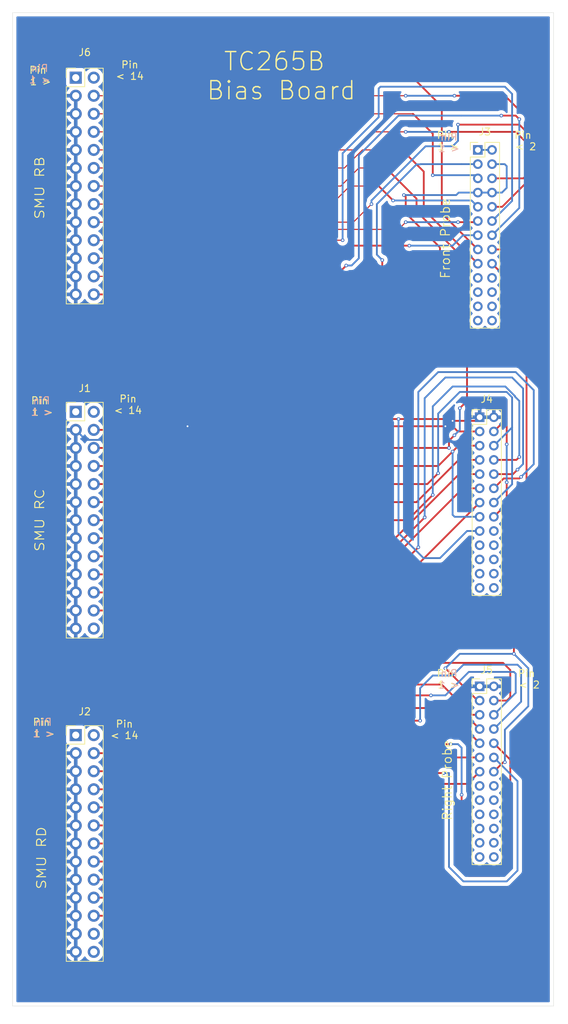
<source format=kicad_pcb>
(kicad_pcb (version 20171130) (host pcbnew "(5.1.6)-1")

  (general
    (thickness 1.6002)
    (drawings 25)
    (tracks 388)
    (zones 0)
    (modules 6)
    (nets 36)
  )

  (page A4)
  (layers
    (0 F.Cu signal)
    (31 B.Cu power)
    (32 B.Adhes user)
    (33 F.Adhes user)
    (34 B.Paste user)
    (35 F.Paste user)
    (36 B.SilkS user)
    (37 F.SilkS user)
    (38 B.Mask user)
    (39 F.Mask user)
    (40 Dwgs.User user)
    (41 Cmts.User user)
    (42 Eco1.User user)
    (43 Eco2.User user)
    (44 Edge.Cuts user)
    (45 Margin user)
    (46 B.CrtYd user)
    (47 F.CrtYd user)
    (48 B.Fab user)
    (49 F.Fab user)
  )

  (setup
    (last_trace_width 0.254)
    (user_trace_width 0.2032)
    (user_trace_width 0.254)
    (trace_clearance 0.1524)
    (zone_clearance 0.508)
    (zone_45_only no)
    (trace_min 0.1524)
    (via_size 0.508)
    (via_drill 0.254)
    (via_min_size 0.508)
    (via_min_drill 0.254)
    (uvia_size 0.508)
    (uvia_drill 0.254)
    (uvias_allowed no)
    (uvia_min_size 0)
    (uvia_min_drill 0)
    (edge_width 0.05)
    (segment_width 0.2)
    (pcb_text_width 0.3)
    (pcb_text_size 1.5 1.5)
    (mod_edge_width 0.15)
    (mod_text_size 1 1)
    (mod_text_width 0.15)
    (pad_size 1.524 1.524)
    (pad_drill 0.762)
    (pad_to_mask_clearance 0.0508)
    (solder_mask_min_width 0.1016)
    (aux_axis_origin 0 0)
    (visible_elements 7FFFFFFF)
    (pcbplotparams
      (layerselection 0x010fc_ffffffff)
      (usegerberextensions false)
      (usegerberattributes true)
      (usegerberadvancedattributes true)
      (creategerberjobfile true)
      (excludeedgelayer true)
      (linewidth 0.100000)
      (plotframeref false)
      (viasonmask false)
      (mode 1)
      (useauxorigin false)
      (hpglpennumber 1)
      (hpglpenspeed 20)
      (hpglpendiameter 15.000000)
      (psnegative false)
      (psa4output false)
      (plotreference true)
      (plotvalue true)
      (plotinvisibletext false)
      (padsonsilk false)
      (subtractmaskfromsilk false)
      (outputformat 1)
      (mirror false)
      (drillshape 1)
      (scaleselection 1)
      (outputdirectory ""))
  )

  (net 0 "")
  (net 1 GND)
  (net 2 "Net-(J1-Pad24)")
  (net 3 "Net-(J1-Pad23)")
  (net 4 "Net-(J1-Pad22)")
  (net 5 "Net-(J1-Pad21)")
  (net 6 "Net-(J1-Pad20)")
  (net 7 "Net-(J1-Pad19)")
  (net 8 "Net-(J1-Pad18)")
  (net 9 "Net-(J1-Pad17)")
  (net 10 "Net-(J1-Pad16)")
  (net 11 "Net-(J1-Pad15)")
  (net 12 "Net-(J2-Pad15)")
  (net 13 "Net-(J2-Pad16)")
  (net 14 "Net-(J2-Pad17)")
  (net 15 "Net-(J2-Pad18)")
  (net 16 "Net-(J2-Pad19)")
  (net 17 "Net-(J2-Pad20)")
  (net 18 "Net-(J2-Pad21)")
  (net 19 "Net-(J2-Pad22)")
  (net 20 "Net-(J2-Pad23)")
  (net 21 "Net-(J2-Pad24)")
  (net 22 "Net-(J3-Pad18)")
  (net 23 "Net-(J3-Pad17)")
  (net 24 "Net-(J3-Pad16)")
  (net 25 "Net-(J3-Pad15)")
  (net 26 "Net-(J3-Pad14)")
  (net 27 "Net-(J3-Pad13)")
  (net 28 "Net-(J3-Pad12)")
  (net 29 "Net-(J3-Pad11)")
  (net 30 "Net-(J3-Pad10)")
  (net 31 "Net-(J3-Pad9)")
  (net 32 "Net-(J3-Pad6)")
  (net 33 "Net-(J3-Pad5)")
  (net 34 "Net-(J3-Pad1)")
  (net 35 "Net-(J1-Pad25)")

  (net_class Default "This is the default net class."
    (clearance 0.1524)
    (trace_width 0.1524)
    (via_dia 0.508)
    (via_drill 0.254)
    (uvia_dia 0.508)
    (uvia_drill 0.254)
    (add_net GND)
    (add_net "Net-(J1-Pad15)")
    (add_net "Net-(J1-Pad16)")
    (add_net "Net-(J1-Pad17)")
    (add_net "Net-(J1-Pad18)")
    (add_net "Net-(J1-Pad19)")
    (add_net "Net-(J1-Pad20)")
    (add_net "Net-(J1-Pad21)")
    (add_net "Net-(J1-Pad22)")
    (add_net "Net-(J1-Pad23)")
    (add_net "Net-(J1-Pad24)")
    (add_net "Net-(J1-Pad25)")
    (add_net "Net-(J2-Pad15)")
    (add_net "Net-(J2-Pad16)")
    (add_net "Net-(J2-Pad17)")
    (add_net "Net-(J2-Pad18)")
    (add_net "Net-(J2-Pad19)")
    (add_net "Net-(J2-Pad20)")
    (add_net "Net-(J2-Pad21)")
    (add_net "Net-(J2-Pad22)")
    (add_net "Net-(J2-Pad23)")
    (add_net "Net-(J2-Pad24)")
    (add_net "Net-(J3-Pad1)")
    (add_net "Net-(J3-Pad10)")
    (add_net "Net-(J3-Pad11)")
    (add_net "Net-(J3-Pad12)")
    (add_net "Net-(J3-Pad13)")
    (add_net "Net-(J3-Pad14)")
    (add_net "Net-(J3-Pad15)")
    (add_net "Net-(J3-Pad16)")
    (add_net "Net-(J3-Pad17)")
    (add_net "Net-(J3-Pad18)")
    (add_net "Net-(J3-Pad5)")
    (add_net "Net-(J3-Pad6)")
    (add_net "Net-(J3-Pad9)")
  )

  (module BBDEUCE_SouthBoard:PinHeader_2x13_P2.00mm_Vertical (layer F.Cu) (tedit 5ED99CE6) (tstamp 602C7A3E)
    (at 167.386 82.296)
    (descr "Through hole straight pin header, 2x13, 2.00mm pitch, double rows")
    (tags "Through hole pin header THT 2x13 2.00mm double row")
    (path /5EDB3912)
    (fp_text reference J4 (at 1 -2.54) (layer F.SilkS)
      (effects (font (size 1 1) (thickness 0.15)))
    )
    (fp_text value RK_26pin (at 1 26.06) (layer F.Fab)
      (effects (font (size 1 1) (thickness 0.15)))
    )
    (fp_line (start 0 -1) (end 3 -1) (layer F.Fab) (width 0.1))
    (fp_line (start 3 -1) (end 3 25) (layer F.Fab) (width 0.1))
    (fp_line (start 3 25) (end -1 25) (layer F.Fab) (width 0.1))
    (fp_line (start -1 25) (end -1 0) (layer F.Fab) (width 0.1))
    (fp_line (start -1 0) (end 0 -1) (layer F.Fab) (width 0.1))
    (fp_line (start -1.06 25.06) (end 3.06 25.06) (layer F.SilkS) (width 0.12))
    (fp_line (start -1.06 1) (end -1.06 25.06) (layer F.SilkS) (width 0.12))
    (fp_line (start 3.06 -1.06) (end 3.06 25.06) (layer F.SilkS) (width 0.12))
    (fp_line (start -1.06 1) (end 1 1) (layer F.SilkS) (width 0.12))
    (fp_line (start 1 1) (end 1 -1.06) (layer F.SilkS) (width 0.12))
    (fp_line (start 1 -1.06) (end 3.06 -1.06) (layer F.SilkS) (width 0.12))
    (fp_line (start -1.06 0) (end -1.06 -1.06) (layer F.SilkS) (width 0.12))
    (fp_line (start -1.06 -1.06) (end 0 -1.06) (layer F.SilkS) (width 0.12))
    (fp_line (start -1.5 -1.5) (end -1.5 25.5) (layer F.CrtYd) (width 0.05))
    (fp_line (start -1.5 25.5) (end 3.5 25.5) (layer F.CrtYd) (width 0.05))
    (fp_line (start 3.5 25.5) (end 3.5 -1.5) (layer F.CrtYd) (width 0.05))
    (fp_line (start 3.5 -1.5) (end -1.5 -1.5) (layer F.CrtYd) (width 0.05))
    (fp_text user %R (at 1 12 90) (layer F.Fab)
      (effects (font (size 1 1) (thickness 0.15)))
    )
    (pad 1 thru_hole rect (at 0 0) (size 1.35 1.35) (drill 0.8) (layers *.Cu *.Mask)
      (net 1 GND))
    (pad 2 thru_hole oval (at 2 0) (size 1.35 1.35) (drill 0.8) (layers *.Cu *.Mask)
      (net 1 GND))
    (pad 3 thru_hole oval (at 0 2) (size 1.35 1.35) (drill 0.8) (layers *.Cu *.Mask)
      (net 11 "Net-(J1-Pad15)"))
    (pad 4 thru_hole oval (at 2 2) (size 1.35 1.35) (drill 0.8) (layers *.Cu *.Mask)
      (net 10 "Net-(J1-Pad16)"))
    (pad 5 thru_hole oval (at 0 4) (size 1.35 1.35) (drill 0.8) (layers *.Cu *.Mask)
      (net 9 "Net-(J1-Pad17)"))
    (pad 6 thru_hole oval (at 2 4) (size 1.35 1.35) (drill 0.8) (layers *.Cu *.Mask)
      (net 8 "Net-(J1-Pad18)"))
    (pad 7 thru_hole oval (at 0 6) (size 1.35 1.35) (drill 0.8) (layers *.Cu *.Mask)
      (net 7 "Net-(J1-Pad19)"))
    (pad 8 thru_hole oval (at 2 6) (size 1.35 1.35) (drill 0.8) (layers *.Cu *.Mask)
      (net 6 "Net-(J1-Pad20)"))
    (pad 9 thru_hole oval (at 0 8) (size 1.35 1.35) (drill 0.8) (layers *.Cu *.Mask)
      (net 5 "Net-(J1-Pad21)"))
    (pad 10 thru_hole oval (at 2 8) (size 1.35 1.35) (drill 0.8) (layers *.Cu *.Mask)
      (net 4 "Net-(J1-Pad22)"))
    (pad 11 thru_hole oval (at 0 10) (size 1.35 1.35) (drill 0.8) (layers *.Cu *.Mask)
      (net 3 "Net-(J1-Pad23)"))
    (pad 12 thru_hole oval (at 2 10) (size 1.35 1.35) (drill 0.8) (layers *.Cu *.Mask)
      (net 2 "Net-(J1-Pad24)"))
    (pad 13 thru_hole oval (at 0 12) (size 1.35 1.35) (drill 0.8) (layers *.Cu *.Mask)
      (net 35 "Net-(J1-Pad25)"))
    (pad 14 thru_hole oval (at 2 12) (size 1.35 1.35) (drill 0.8) (layers *.Cu *.Mask)
      (net 8 "Net-(J1-Pad18)"))
    (pad 15 thru_hole oval (at 0 14) (size 1.35 1.35) (drill 0.8) (layers *.Cu *.Mask)
      (net 9 "Net-(J1-Pad17)"))
    (pad 16 thru_hole oval (at 2 14) (size 1.35 1.35) (drill 0.8) (layers *.Cu *.Mask)
      (net 10 "Net-(J1-Pad16)"))
    (pad 17 thru_hole oval (at 0 16) (size 1.35 1.35) (drill 0.8) (layers *.Cu *.Mask)
      (net 11 "Net-(J1-Pad15)"))
    (pad 18 thru_hole oval (at 2 16) (size 1.35 1.35) (drill 0.8) (layers *.Cu *.Mask))
    (pad 19 thru_hole oval (at 0 18) (size 1.35 1.35) (drill 0.8) (layers *.Cu *.Mask))
    (pad 20 thru_hole oval (at 2 18) (size 1.35 1.35) (drill 0.8) (layers *.Cu *.Mask))
    (pad 21 thru_hole oval (at 0 20) (size 1.35 1.35) (drill 0.8) (layers *.Cu *.Mask))
    (pad 22 thru_hole oval (at 2 20) (size 1.35 1.35) (drill 0.8) (layers *.Cu *.Mask))
    (pad 23 thru_hole oval (at 0 22) (size 1.35 1.35) (drill 0.8) (layers *.Cu *.Mask))
    (pad 24 thru_hole oval (at 2 22) (size 1.35 1.35) (drill 0.8) (layers *.Cu *.Mask))
    (pad 25 thru_hole oval (at 0 24) (size 1.35 1.35) (drill 0.8) (layers *.Cu *.Mask))
    (pad 26 thru_hole oval (at 2 24) (size 1.35 1.35) (drill 0.8) (layers *.Cu *.Mask))
    (model ${KISYS3DMOD}/Connector_PinHeader_2.00mm.3dshapes/PinHeader_2x13_P2.00mm_Vertical.wrl
      (at (xyz 0 0 0))
      (scale (xyz 1 1 1))
      (rotate (xyz 0 0 0))
    )
  )

  (module BBDEUCE_SouthBoard:PinHeader_2x13_P2.54mm_Vertical (layer F.Cu) (tedit 5F04C6EC) (tstamp 602C79AE)
    (at 110.49 81.534)
    (descr "Through hole straight pin header, 2x13, 2.54mm pitch, double rows")
    (tags "Through hole pin header THT 2x13 2.54mm double row")
    (path /5EDB4C5C)
    (fp_text reference J1 (at 1.27 -3.302) (layer F.SilkS)
      (effects (font (size 1 1) (thickness 0.15)))
    )
    (fp_text value SMU_Header (at 1.27 32.81) (layer F.Fab)
      (effects (font (size 1 1) (thickness 0.15)))
    )
    (fp_line (start 0 -1.27) (end 3.81 -1.27) (layer F.Fab) (width 0.1))
    (fp_line (start 3.81 -1.27) (end 3.81 31.75) (layer F.Fab) (width 0.1))
    (fp_line (start 3.81 31.75) (end -1.27 31.75) (layer F.Fab) (width 0.1))
    (fp_line (start -1.27 31.75) (end -1.27 0) (layer F.Fab) (width 0.1))
    (fp_line (start -1.27 0) (end 0 -1.27) (layer F.Fab) (width 0.1))
    (fp_line (start -1.33 31.81) (end 3.87 31.81) (layer F.SilkS) (width 0.12))
    (fp_line (start -1.33 1.27) (end -1.33 31.81) (layer F.SilkS) (width 0.12))
    (fp_line (start 3.87 -1.33) (end 3.87 31.81) (layer F.SilkS) (width 0.12))
    (fp_line (start -1.33 1.27) (end 1.27 1.27) (layer F.SilkS) (width 0.12))
    (fp_line (start 1.27 1.27) (end 1.27 -1.33) (layer F.SilkS) (width 0.12))
    (fp_line (start 1.27 -1.33) (end 3.87 -1.33) (layer F.SilkS) (width 0.12))
    (fp_line (start -1.33 0) (end -1.33 -1.33) (layer F.SilkS) (width 0.12))
    (fp_line (start -1.33 -1.33) (end 0 -1.33) (layer F.SilkS) (width 0.12))
    (fp_line (start -1.8 -1.8) (end -1.8 32.25) (layer F.CrtYd) (width 0.05))
    (fp_line (start -1.8 32.25) (end 4.35 32.25) (layer F.CrtYd) (width 0.05))
    (fp_line (start 4.35 32.25) (end 4.35 -1.8) (layer F.CrtYd) (width 0.05))
    (fp_line (start 4.35 -1.8) (end -1.8 -1.8) (layer F.CrtYd) (width 0.05))
    (fp_text user %R (at 1.27 15.24 90) (layer F.Fab)
      (effects (font (size 1 1) (thickness 0.15)))
    )
    (pad 26 thru_hole oval (at 2.54 30.48) (size 1.7 1.7) (drill 1) (layers *.Cu *.Mask))
    (pad 13 thru_hole oval (at 0 30.48) (size 1.7 1.7) (drill 1) (layers *.Cu *.Mask)
      (net 1 GND))
    (pad 25 thru_hole oval (at 2.54 27.94) (size 1.7 1.7) (drill 1) (layers *.Cu *.Mask)
      (net 35 "Net-(J1-Pad25)"))
    (pad 12 thru_hole oval (at 0 27.94) (size 1.7 1.7) (drill 1) (layers *.Cu *.Mask)
      (net 1 GND))
    (pad 24 thru_hole oval (at 2.54 25.4) (size 1.7 1.7) (drill 1) (layers *.Cu *.Mask)
      (net 2 "Net-(J1-Pad24)"))
    (pad 11 thru_hole oval (at 0 25.4) (size 1.7 1.7) (drill 1) (layers *.Cu *.Mask)
      (net 1 GND))
    (pad 23 thru_hole oval (at 2.54 22.86) (size 1.7 1.7) (drill 1) (layers *.Cu *.Mask)
      (net 3 "Net-(J1-Pad23)"))
    (pad 10 thru_hole oval (at 0 22.86) (size 1.7 1.7) (drill 1) (layers *.Cu *.Mask)
      (net 1 GND))
    (pad 22 thru_hole oval (at 2.54 20.32) (size 1.7 1.7) (drill 1) (layers *.Cu *.Mask)
      (net 4 "Net-(J1-Pad22)"))
    (pad 9 thru_hole oval (at 0 20.32) (size 1.7 1.7) (drill 1) (layers *.Cu *.Mask)
      (net 1 GND))
    (pad 21 thru_hole oval (at 2.54 17.78) (size 1.7 1.7) (drill 1) (layers *.Cu *.Mask)
      (net 5 "Net-(J1-Pad21)"))
    (pad 8 thru_hole oval (at 0 17.78) (size 1.7 1.7) (drill 1) (layers *.Cu *.Mask)
      (net 1 GND))
    (pad 20 thru_hole oval (at 2.54 15.24) (size 1.7 1.7) (drill 1) (layers *.Cu *.Mask)
      (net 6 "Net-(J1-Pad20)"))
    (pad 7 thru_hole oval (at 0 15.24) (size 1.7 1.7) (drill 1) (layers *.Cu *.Mask)
      (net 1 GND))
    (pad 19 thru_hole oval (at 2.54 12.7) (size 1.7 1.7) (drill 1) (layers *.Cu *.Mask)
      (net 7 "Net-(J1-Pad19)"))
    (pad 6 thru_hole oval (at 0 12.7) (size 1.7 1.7) (drill 1) (layers *.Cu *.Mask)
      (net 1 GND))
    (pad 18 thru_hole oval (at 2.54 10.16) (size 1.7 1.7) (drill 1) (layers *.Cu *.Mask)
      (net 8 "Net-(J1-Pad18)"))
    (pad 5 thru_hole oval (at 0 10.16) (size 1.7 1.7) (drill 1) (layers *.Cu *.Mask)
      (net 1 GND))
    (pad 17 thru_hole oval (at 2.54 7.62) (size 1.7 1.7) (drill 1) (layers *.Cu *.Mask)
      (net 9 "Net-(J1-Pad17)"))
    (pad 4 thru_hole oval (at 0 7.62) (size 1.7 1.7) (drill 1) (layers *.Cu *.Mask)
      (net 1 GND))
    (pad 16 thru_hole oval (at 2.54 5.08) (size 1.7 1.7) (drill 1) (layers *.Cu *.Mask)
      (net 10 "Net-(J1-Pad16)"))
    (pad 3 thru_hole oval (at 0 5.08) (size 1.7 1.7) (drill 1) (layers *.Cu *.Mask)
      (net 1 GND))
    (pad 15 thru_hole oval (at 2.54 2.54) (size 1.7 1.7) (drill 1) (layers *.Cu *.Mask)
      (net 11 "Net-(J1-Pad15)"))
    (pad 2 thru_hole oval (at 0 2.54) (size 1.7 1.7) (drill 1) (layers *.Cu *.Mask)
      (net 1 GND))
    (pad 14 thru_hole oval (at 2.54 0) (size 1.7 1.7) (drill 1) (layers *.Cu *.Mask))
    (pad 1 thru_hole rect (at 0 0) (size 1.7 1.7) (drill 1) (layers *.Cu *.Mask))
    (model ${KISYS3DMOD}/Connector_PinHeader_2.54mm.3dshapes/PinHeader_2x13_P2.54mm_Vertical.wrl
      (at (xyz 0 0 0))
      (scale (xyz 1 1 1))
      (rotate (xyz 0 0 0))
    )
  )

  (module BBDEUCE_SouthBoard:PinHeader_2x13_P2.54mm_Vertical (layer F.Cu) (tedit 5F04C6EC) (tstamp 602C79DE)
    (at 110.49 127)
    (descr "Through hole straight pin header, 2x13, 2.54mm pitch, double rows")
    (tags "Through hole pin header THT 2x13 2.54mm double row")
    (path /5EDBBCEA)
    (fp_text reference J2 (at 1.27 -3.302) (layer F.SilkS)
      (effects (font (size 1 1) (thickness 0.15)))
    )
    (fp_text value SMU_Header (at 1.27 32.81) (layer F.Fab)
      (effects (font (size 1 1) (thickness 0.15)))
    )
    (fp_line (start 4.35 -1.8) (end -1.8 -1.8) (layer F.CrtYd) (width 0.05))
    (fp_line (start 4.35 32.25) (end 4.35 -1.8) (layer F.CrtYd) (width 0.05))
    (fp_line (start -1.8 32.25) (end 4.35 32.25) (layer F.CrtYd) (width 0.05))
    (fp_line (start -1.8 -1.8) (end -1.8 32.25) (layer F.CrtYd) (width 0.05))
    (fp_line (start -1.33 -1.33) (end 0 -1.33) (layer F.SilkS) (width 0.12))
    (fp_line (start -1.33 0) (end -1.33 -1.33) (layer F.SilkS) (width 0.12))
    (fp_line (start 1.27 -1.33) (end 3.87 -1.33) (layer F.SilkS) (width 0.12))
    (fp_line (start 1.27 1.27) (end 1.27 -1.33) (layer F.SilkS) (width 0.12))
    (fp_line (start -1.33 1.27) (end 1.27 1.27) (layer F.SilkS) (width 0.12))
    (fp_line (start 3.87 -1.33) (end 3.87 31.81) (layer F.SilkS) (width 0.12))
    (fp_line (start -1.33 1.27) (end -1.33 31.81) (layer F.SilkS) (width 0.12))
    (fp_line (start -1.33 31.81) (end 3.87 31.81) (layer F.SilkS) (width 0.12))
    (fp_line (start -1.27 0) (end 0 -1.27) (layer F.Fab) (width 0.1))
    (fp_line (start -1.27 31.75) (end -1.27 0) (layer F.Fab) (width 0.1))
    (fp_line (start 3.81 31.75) (end -1.27 31.75) (layer F.Fab) (width 0.1))
    (fp_line (start 3.81 -1.27) (end 3.81 31.75) (layer F.Fab) (width 0.1))
    (fp_line (start 0 -1.27) (end 3.81 -1.27) (layer F.Fab) (width 0.1))
    (fp_text user %R (at 1.27 15.24 90) (layer F.Fab)
      (effects (font (size 1 1) (thickness 0.15)))
    )
    (pad 1 thru_hole rect (at 0 0) (size 1.7 1.7) (drill 1) (layers *.Cu *.Mask))
    (pad 14 thru_hole oval (at 2.54 0) (size 1.7 1.7) (drill 1) (layers *.Cu *.Mask))
    (pad 2 thru_hole oval (at 0 2.54) (size 1.7 1.7) (drill 1) (layers *.Cu *.Mask)
      (net 1 GND))
    (pad 15 thru_hole oval (at 2.54 2.54) (size 1.7 1.7) (drill 1) (layers *.Cu *.Mask)
      (net 12 "Net-(J2-Pad15)"))
    (pad 3 thru_hole oval (at 0 5.08) (size 1.7 1.7) (drill 1) (layers *.Cu *.Mask)
      (net 1 GND))
    (pad 16 thru_hole oval (at 2.54 5.08) (size 1.7 1.7) (drill 1) (layers *.Cu *.Mask)
      (net 13 "Net-(J2-Pad16)"))
    (pad 4 thru_hole oval (at 0 7.62) (size 1.7 1.7) (drill 1) (layers *.Cu *.Mask)
      (net 1 GND))
    (pad 17 thru_hole oval (at 2.54 7.62) (size 1.7 1.7) (drill 1) (layers *.Cu *.Mask)
      (net 14 "Net-(J2-Pad17)"))
    (pad 5 thru_hole oval (at 0 10.16) (size 1.7 1.7) (drill 1) (layers *.Cu *.Mask)
      (net 1 GND))
    (pad 18 thru_hole oval (at 2.54 10.16) (size 1.7 1.7) (drill 1) (layers *.Cu *.Mask)
      (net 15 "Net-(J2-Pad18)"))
    (pad 6 thru_hole oval (at 0 12.7) (size 1.7 1.7) (drill 1) (layers *.Cu *.Mask)
      (net 1 GND))
    (pad 19 thru_hole oval (at 2.54 12.7) (size 1.7 1.7) (drill 1) (layers *.Cu *.Mask)
      (net 16 "Net-(J2-Pad19)"))
    (pad 7 thru_hole oval (at 0 15.24) (size 1.7 1.7) (drill 1) (layers *.Cu *.Mask)
      (net 1 GND))
    (pad 20 thru_hole oval (at 2.54 15.24) (size 1.7 1.7) (drill 1) (layers *.Cu *.Mask)
      (net 17 "Net-(J2-Pad20)"))
    (pad 8 thru_hole oval (at 0 17.78) (size 1.7 1.7) (drill 1) (layers *.Cu *.Mask)
      (net 1 GND))
    (pad 21 thru_hole oval (at 2.54 17.78) (size 1.7 1.7) (drill 1) (layers *.Cu *.Mask)
      (net 18 "Net-(J2-Pad21)"))
    (pad 9 thru_hole oval (at 0 20.32) (size 1.7 1.7) (drill 1) (layers *.Cu *.Mask)
      (net 1 GND))
    (pad 22 thru_hole oval (at 2.54 20.32) (size 1.7 1.7) (drill 1) (layers *.Cu *.Mask)
      (net 19 "Net-(J2-Pad22)"))
    (pad 10 thru_hole oval (at 0 22.86) (size 1.7 1.7) (drill 1) (layers *.Cu *.Mask)
      (net 1 GND))
    (pad 23 thru_hole oval (at 2.54 22.86) (size 1.7 1.7) (drill 1) (layers *.Cu *.Mask)
      (net 20 "Net-(J2-Pad23)"))
    (pad 11 thru_hole oval (at 0 25.4) (size 1.7 1.7) (drill 1) (layers *.Cu *.Mask)
      (net 1 GND))
    (pad 24 thru_hole oval (at 2.54 25.4) (size 1.7 1.7) (drill 1) (layers *.Cu *.Mask)
      (net 21 "Net-(J2-Pad24)"))
    (pad 12 thru_hole oval (at 0 27.94) (size 1.7 1.7) (drill 1) (layers *.Cu *.Mask)
      (net 1 GND))
    (pad 25 thru_hole oval (at 2.54 27.94) (size 1.7 1.7) (drill 1) (layers *.Cu *.Mask))
    (pad 13 thru_hole oval (at 0 30.48) (size 1.7 1.7) (drill 1) (layers *.Cu *.Mask)
      (net 1 GND))
    (pad 26 thru_hole oval (at 2.54 30.48) (size 1.7 1.7) (drill 1) (layers *.Cu *.Mask))
    (model ${KISYS3DMOD}/Connector_PinHeader_2.54mm.3dshapes/PinHeader_2x13_P2.54mm_Vertical.wrl
      (at (xyz 0 0 0))
      (scale (xyz 1 1 1))
      (rotate (xyz 0 0 0))
    )
  )

  (module BBDEUCE_SouthBoard:PinHeader_2x13_P2.00mm_Vertical (layer F.Cu) (tedit 5ED99CE6) (tstamp 602C7A0E)
    (at 167.132 44.704)
    (descr "Through hole straight pin header, 2x13, 2.00mm pitch, double rows")
    (tags "Through hole pin header THT 2x13 2.00mm double row")
    (path /5EDA53D2)
    (fp_text reference J3 (at 1 -2.54) (layer F.SilkS)
      (effects (font (size 1 1) (thickness 0.15)))
    )
    (fp_text value RK_26pin (at 1 26.06) (layer F.Fab)
      (effects (font (size 1 1) (thickness 0.15)))
    )
    (fp_line (start 3.5 -1.5) (end -1.5 -1.5) (layer F.CrtYd) (width 0.05))
    (fp_line (start 3.5 25.5) (end 3.5 -1.5) (layer F.CrtYd) (width 0.05))
    (fp_line (start -1.5 25.5) (end 3.5 25.5) (layer F.CrtYd) (width 0.05))
    (fp_line (start -1.5 -1.5) (end -1.5 25.5) (layer F.CrtYd) (width 0.05))
    (fp_line (start -1.06 -1.06) (end 0 -1.06) (layer F.SilkS) (width 0.12))
    (fp_line (start -1.06 0) (end -1.06 -1.06) (layer F.SilkS) (width 0.12))
    (fp_line (start 1 -1.06) (end 3.06 -1.06) (layer F.SilkS) (width 0.12))
    (fp_line (start 1 1) (end 1 -1.06) (layer F.SilkS) (width 0.12))
    (fp_line (start -1.06 1) (end 1 1) (layer F.SilkS) (width 0.12))
    (fp_line (start 3.06 -1.06) (end 3.06 25.06) (layer F.SilkS) (width 0.12))
    (fp_line (start -1.06 1) (end -1.06 25.06) (layer F.SilkS) (width 0.12))
    (fp_line (start -1.06 25.06) (end 3.06 25.06) (layer F.SilkS) (width 0.12))
    (fp_line (start -1 0) (end 0 -1) (layer F.Fab) (width 0.1))
    (fp_line (start -1 25) (end -1 0) (layer F.Fab) (width 0.1))
    (fp_line (start 3 25) (end -1 25) (layer F.Fab) (width 0.1))
    (fp_line (start 3 -1) (end 3 25) (layer F.Fab) (width 0.1))
    (fp_line (start 0 -1) (end 3 -1) (layer F.Fab) (width 0.1))
    (fp_text user %R (at 1 12 90) (layer F.Fab)
      (effects (font (size 1 1) (thickness 0.15)))
    )
    (pad 26 thru_hole oval (at 2 24) (size 1.35 1.35) (drill 0.8) (layers *.Cu *.Mask))
    (pad 25 thru_hole oval (at 0 24) (size 1.35 1.35) (drill 0.8) (layers *.Cu *.Mask))
    (pad 24 thru_hole oval (at 2 22) (size 1.35 1.35) (drill 0.8) (layers *.Cu *.Mask))
    (pad 23 thru_hole oval (at 0 22) (size 1.35 1.35) (drill 0.8) (layers *.Cu *.Mask))
    (pad 22 thru_hole oval (at 2 20) (size 1.35 1.35) (drill 0.8) (layers *.Cu *.Mask))
    (pad 21 thru_hole oval (at 0 20) (size 1.35 1.35) (drill 0.8) (layers *.Cu *.Mask))
    (pad 20 thru_hole oval (at 2 18) (size 1.35 1.35) (drill 0.8) (layers *.Cu *.Mask))
    (pad 19 thru_hole oval (at 0 18) (size 1.35 1.35) (drill 0.8) (layers *.Cu *.Mask))
    (pad 18 thru_hole oval (at 2 16) (size 1.35 1.35) (drill 0.8) (layers *.Cu *.Mask)
      (net 22 "Net-(J3-Pad18)"))
    (pad 17 thru_hole oval (at 0 16) (size 1.35 1.35) (drill 0.8) (layers *.Cu *.Mask)
      (net 23 "Net-(J3-Pad17)"))
    (pad 16 thru_hole oval (at 2 14) (size 1.35 1.35) (drill 0.8) (layers *.Cu *.Mask)
      (net 24 "Net-(J3-Pad16)"))
    (pad 15 thru_hole oval (at 0 14) (size 1.35 1.35) (drill 0.8) (layers *.Cu *.Mask)
      (net 25 "Net-(J3-Pad15)"))
    (pad 14 thru_hole oval (at 2 12) (size 1.35 1.35) (drill 0.8) (layers *.Cu *.Mask)
      (net 26 "Net-(J3-Pad14)"))
    (pad 13 thru_hole oval (at 0 12) (size 1.35 1.35) (drill 0.8) (layers *.Cu *.Mask)
      (net 27 "Net-(J3-Pad13)"))
    (pad 12 thru_hole oval (at 2 10) (size 1.35 1.35) (drill 0.8) (layers *.Cu *.Mask)
      (net 28 "Net-(J3-Pad12)"))
    (pad 11 thru_hole oval (at 0 10) (size 1.35 1.35) (drill 0.8) (layers *.Cu *.Mask)
      (net 29 "Net-(J3-Pad11)"))
    (pad 10 thru_hole oval (at 2 8) (size 1.35 1.35) (drill 0.8) (layers *.Cu *.Mask)
      (net 30 "Net-(J3-Pad10)"))
    (pad 9 thru_hole oval (at 0 8) (size 1.35 1.35) (drill 0.8) (layers *.Cu *.Mask)
      (net 31 "Net-(J3-Pad9)"))
    (pad 8 thru_hole oval (at 2 6) (size 1.35 1.35) (drill 0.8) (layers *.Cu *.Mask)
      (net 10 "Net-(J1-Pad16)"))
    (pad 7 thru_hole oval (at 0 6) (size 1.35 1.35) (drill 0.8) (layers *.Cu *.Mask)
      (net 10 "Net-(J1-Pad16)"))
    (pad 6 thru_hole oval (at 2 4) (size 1.35 1.35) (drill 0.8) (layers *.Cu *.Mask)
      (net 32 "Net-(J3-Pad6)"))
    (pad 5 thru_hole oval (at 0 4) (size 1.35 1.35) (drill 0.8) (layers *.Cu *.Mask)
      (net 33 "Net-(J3-Pad5)"))
    (pad 4 thru_hole oval (at 2 2) (size 1.35 1.35) (drill 0.8) (layers *.Cu *.Mask)
      (net 10 "Net-(J1-Pad16)"))
    (pad 3 thru_hole oval (at 0 2) (size 1.35 1.35) (drill 0.8) (layers *.Cu *.Mask)
      (net 11 "Net-(J1-Pad15)"))
    (pad 2 thru_hole oval (at 2 0) (size 1.35 1.35) (drill 0.8) (layers *.Cu *.Mask)
      (net 34 "Net-(J3-Pad1)"))
    (pad 1 thru_hole rect (at 0 0) (size 1.35 1.35) (drill 0.8) (layers *.Cu *.Mask)
      (net 34 "Net-(J3-Pad1)"))
    (model ${KISYS3DMOD}/Connector_PinHeader_2.00mm.3dshapes/PinHeader_2x13_P2.00mm_Vertical.wrl
      (at (xyz 0 0 0))
      (scale (xyz 1 1 1))
      (rotate (xyz 0 0 0))
    )
  )

  (module BBDEUCE_SouthBoard:PinHeader_2x13_P2.00mm_Vertical (layer F.Cu) (tedit 5ED99CE6) (tstamp 602C7A6E)
    (at 167.386 120.142)
    (descr "Through hole straight pin header, 2x13, 2.00mm pitch, double rows")
    (tags "Through hole pin header THT 2x13 2.00mm double row")
    (path /603B8FA7)
    (fp_text reference J5 (at 1 -2.286) (layer F.SilkS)
      (effects (font (size 1 1) (thickness 0.15)))
    )
    (fp_text value RK_26pin (at 1 26.06) (layer F.Fab)
      (effects (font (size 1 1) (thickness 0.15)))
    )
    (fp_line (start 0 -1) (end 3 -1) (layer F.Fab) (width 0.1))
    (fp_line (start 3 -1) (end 3 25) (layer F.Fab) (width 0.1))
    (fp_line (start 3 25) (end -1 25) (layer F.Fab) (width 0.1))
    (fp_line (start -1 25) (end -1 0) (layer F.Fab) (width 0.1))
    (fp_line (start -1 0) (end 0 -1) (layer F.Fab) (width 0.1))
    (fp_line (start -1.06 25.06) (end 3.06 25.06) (layer F.SilkS) (width 0.12))
    (fp_line (start -1.06 1) (end -1.06 25.06) (layer F.SilkS) (width 0.12))
    (fp_line (start 3.06 -1.06) (end 3.06 25.06) (layer F.SilkS) (width 0.12))
    (fp_line (start -1.06 1) (end 1 1) (layer F.SilkS) (width 0.12))
    (fp_line (start 1 1) (end 1 -1.06) (layer F.SilkS) (width 0.12))
    (fp_line (start 1 -1.06) (end 3.06 -1.06) (layer F.SilkS) (width 0.12))
    (fp_line (start -1.06 0) (end -1.06 -1.06) (layer F.SilkS) (width 0.12))
    (fp_line (start -1.06 -1.06) (end 0 -1.06) (layer F.SilkS) (width 0.12))
    (fp_line (start -1.5 -1.5) (end -1.5 25.5) (layer F.CrtYd) (width 0.05))
    (fp_line (start -1.5 25.5) (end 3.5 25.5) (layer F.CrtYd) (width 0.05))
    (fp_line (start 3.5 25.5) (end 3.5 -1.5) (layer F.CrtYd) (width 0.05))
    (fp_line (start 3.5 -1.5) (end -1.5 -1.5) (layer F.CrtYd) (width 0.05))
    (fp_text user %R (at 1 12 90) (layer F.Fab)
      (effects (font (size 1 1) (thickness 0.15)))
    )
    (pad 1 thru_hole rect (at 0 0) (size 1.35 1.35) (drill 0.8) (layers *.Cu *.Mask)
      (net 1 GND))
    (pad 2 thru_hole oval (at 2 0) (size 1.35 1.35) (drill 0.8) (layers *.Cu *.Mask)
      (net 1 GND))
    (pad 3 thru_hole oval (at 0 2) (size 1.35 1.35) (drill 0.8) (layers *.Cu *.Mask)
      (net 22 "Net-(J3-Pad18)"))
    (pad 4 thru_hole oval (at 2 2) (size 1.35 1.35) (drill 0.8) (layers *.Cu *.Mask)
      (net 12 "Net-(J2-Pad15)"))
    (pad 5 thru_hole oval (at 0 4) (size 1.35 1.35) (drill 0.8) (layers *.Cu *.Mask)
      (net 13 "Net-(J2-Pad16)"))
    (pad 6 thru_hole oval (at 2 4) (size 1.35 1.35) (drill 0.8) (layers *.Cu *.Mask)
      (net 14 "Net-(J2-Pad17)"))
    (pad 7 thru_hole oval (at 0 6) (size 1.35 1.35) (drill 0.8) (layers *.Cu *.Mask)
      (net 15 "Net-(J2-Pad18)"))
    (pad 8 thru_hole oval (at 2 6) (size 1.35 1.35) (drill 0.8) (layers *.Cu *.Mask)
      (net 16 "Net-(J2-Pad19)"))
    (pad 9 thru_hole oval (at 0 8) (size 1.35 1.35) (drill 0.8) (layers *.Cu *.Mask)
      (net 17 "Net-(J2-Pad20)"))
    (pad 10 thru_hole oval (at 2 8) (size 1.35 1.35) (drill 0.8) (layers *.Cu *.Mask)
      (net 18 "Net-(J2-Pad21)"))
    (pad 11 thru_hole oval (at 0 10) (size 1.35 1.35) (drill 0.8) (layers *.Cu *.Mask)
      (net 19 "Net-(J2-Pad22)"))
    (pad 12 thru_hole oval (at 2 10) (size 1.35 1.35) (drill 0.8) (layers *.Cu *.Mask)
      (net 20 "Net-(J2-Pad23)"))
    (pad 13 thru_hole oval (at 0 12) (size 1.35 1.35) (drill 0.8) (layers *.Cu *.Mask)
      (net 21 "Net-(J2-Pad24)"))
    (pad 14 thru_hole oval (at 2 12) (size 1.35 1.35) (drill 0.8) (layers *.Cu *.Mask)
      (net 22 "Net-(J3-Pad18)"))
    (pad 15 thru_hole oval (at 0 14) (size 1.35 1.35) (drill 0.8) (layers *.Cu *.Mask))
    (pad 16 thru_hole oval (at 2 14) (size 1.35 1.35) (drill 0.8) (layers *.Cu *.Mask))
    (pad 17 thru_hole oval (at 0 16) (size 1.35 1.35) (drill 0.8) (layers *.Cu *.Mask))
    (pad 18 thru_hole oval (at 2 16) (size 1.35 1.35) (drill 0.8) (layers *.Cu *.Mask))
    (pad 19 thru_hole oval (at 0 18) (size 1.35 1.35) (drill 0.8) (layers *.Cu *.Mask))
    (pad 20 thru_hole oval (at 2 18) (size 1.35 1.35) (drill 0.8) (layers *.Cu *.Mask))
    (pad 21 thru_hole oval (at 0 20) (size 1.35 1.35) (drill 0.8) (layers *.Cu *.Mask))
    (pad 22 thru_hole oval (at 2 20) (size 1.35 1.35) (drill 0.8) (layers *.Cu *.Mask))
    (pad 23 thru_hole oval (at 0 22) (size 1.35 1.35) (drill 0.8) (layers *.Cu *.Mask))
    (pad 24 thru_hole oval (at 2 22) (size 1.35 1.35) (drill 0.8) (layers *.Cu *.Mask))
    (pad 25 thru_hole oval (at 0 24) (size 1.35 1.35) (drill 0.8) (layers *.Cu *.Mask))
    (pad 26 thru_hole oval (at 2 24) (size 1.35 1.35) (drill 0.8) (layers *.Cu *.Mask))
    (model ${KISYS3DMOD}/Connector_PinHeader_2.00mm.3dshapes/PinHeader_2x13_P2.00mm_Vertical.wrl
      (at (xyz 0 0 0))
      (scale (xyz 1 1 1))
      (rotate (xyz 0 0 0))
    )
  )

  (module BBDEUCE_SouthBoard:PinHeader_2x13_P2.54mm_Vertical (layer F.Cu) (tedit 5F04C6EC) (tstamp 602C7A9E)
    (at 110.49 34.544)
    (descr "Through hole straight pin header, 2x13, 2.54mm pitch, double rows")
    (tags "Through hole pin header THT 2x13 2.54mm double row")
    (path /6038755C)
    (fp_text reference J6 (at 1.27 -3.556) (layer F.SilkS)
      (effects (font (size 1 1) (thickness 0.15)))
    )
    (fp_text value SMU_Header (at 1.27 32.81) (layer F.Fab)
      (effects (font (size 1 1) (thickness 0.15)))
    )
    (fp_line (start 4.35 -1.8) (end -1.8 -1.8) (layer F.CrtYd) (width 0.05))
    (fp_line (start 4.35 32.25) (end 4.35 -1.8) (layer F.CrtYd) (width 0.05))
    (fp_line (start -1.8 32.25) (end 4.35 32.25) (layer F.CrtYd) (width 0.05))
    (fp_line (start -1.8 -1.8) (end -1.8 32.25) (layer F.CrtYd) (width 0.05))
    (fp_line (start -1.33 -1.33) (end 0 -1.33) (layer F.SilkS) (width 0.12))
    (fp_line (start -1.33 0) (end -1.33 -1.33) (layer F.SilkS) (width 0.12))
    (fp_line (start 1.27 -1.33) (end 3.87 -1.33) (layer F.SilkS) (width 0.12))
    (fp_line (start 1.27 1.27) (end 1.27 -1.33) (layer F.SilkS) (width 0.12))
    (fp_line (start -1.33 1.27) (end 1.27 1.27) (layer F.SilkS) (width 0.12))
    (fp_line (start 3.87 -1.33) (end 3.87 31.81) (layer F.SilkS) (width 0.12))
    (fp_line (start -1.33 1.27) (end -1.33 31.81) (layer F.SilkS) (width 0.12))
    (fp_line (start -1.33 31.81) (end 3.87 31.81) (layer F.SilkS) (width 0.12))
    (fp_line (start -1.27 0) (end 0 -1.27) (layer F.Fab) (width 0.1))
    (fp_line (start -1.27 31.75) (end -1.27 0) (layer F.Fab) (width 0.1))
    (fp_line (start 3.81 31.75) (end -1.27 31.75) (layer F.Fab) (width 0.1))
    (fp_line (start 3.81 -1.27) (end 3.81 31.75) (layer F.Fab) (width 0.1))
    (fp_line (start 0 -1.27) (end 3.81 -1.27) (layer F.Fab) (width 0.1))
    (fp_text user %R (at 1.27 15.24 90) (layer F.Fab)
      (effects (font (size 1 1) (thickness 0.15)))
    )
    (pad 1 thru_hole rect (at 0 0) (size 1.7 1.7) (drill 1) (layers *.Cu *.Mask))
    (pad 14 thru_hole oval (at 2.54 0) (size 1.7 1.7) (drill 1) (layers *.Cu *.Mask))
    (pad 2 thru_hole oval (at 0 2.54) (size 1.7 1.7) (drill 1) (layers *.Cu *.Mask)
      (net 1 GND))
    (pad 15 thru_hole oval (at 2.54 2.54) (size 1.7 1.7) (drill 1) (layers *.Cu *.Mask)
      (net 25 "Net-(J3-Pad15)"))
    (pad 3 thru_hole oval (at 0 5.08) (size 1.7 1.7) (drill 1) (layers *.Cu *.Mask)
      (net 1 GND))
    (pad 16 thru_hole oval (at 2.54 5.08) (size 1.7 1.7) (drill 1) (layers *.Cu *.Mask)
      (net 24 "Net-(J3-Pad16)"))
    (pad 4 thru_hole oval (at 0 7.62) (size 1.7 1.7) (drill 1) (layers *.Cu *.Mask)
      (net 1 GND))
    (pad 17 thru_hole oval (at 2.54 7.62) (size 1.7 1.7) (drill 1) (layers *.Cu *.Mask)
      (net 33 "Net-(J3-Pad5)"))
    (pad 5 thru_hole oval (at 0 10.16) (size 1.7 1.7) (drill 1) (layers *.Cu *.Mask)
      (net 1 GND))
    (pad 18 thru_hole oval (at 2.54 10.16) (size 1.7 1.7) (drill 1) (layers *.Cu *.Mask)
      (net 32 "Net-(J3-Pad6)"))
    (pad 6 thru_hole oval (at 0 12.7) (size 1.7 1.7) (drill 1) (layers *.Cu *.Mask)
      (net 1 GND))
    (pad 19 thru_hole oval (at 2.54 12.7) (size 1.7 1.7) (drill 1) (layers *.Cu *.Mask)
      (net 23 "Net-(J3-Pad17)"))
    (pad 7 thru_hole oval (at 0 15.24) (size 1.7 1.7) (drill 1) (layers *.Cu *.Mask)
      (net 1 GND))
    (pad 20 thru_hole oval (at 2.54 15.24) (size 1.7 1.7) (drill 1) (layers *.Cu *.Mask)
      (net 22 "Net-(J3-Pad18)"))
    (pad 8 thru_hole oval (at 0 17.78) (size 1.7 1.7) (drill 1) (layers *.Cu *.Mask)
      (net 1 GND))
    (pad 21 thru_hole oval (at 2.54 17.78) (size 1.7 1.7) (drill 1) (layers *.Cu *.Mask)
      (net 31 "Net-(J3-Pad9)"))
    (pad 9 thru_hole oval (at 0 20.32) (size 1.7 1.7) (drill 1) (layers *.Cu *.Mask)
      (net 1 GND))
    (pad 22 thru_hole oval (at 2.54 20.32) (size 1.7 1.7) (drill 1) (layers *.Cu *.Mask)
      (net 30 "Net-(J3-Pad10)"))
    (pad 10 thru_hole oval (at 0 22.86) (size 1.7 1.7) (drill 1) (layers *.Cu *.Mask)
      (net 1 GND))
    (pad 23 thru_hole oval (at 2.54 22.86) (size 1.7 1.7) (drill 1) (layers *.Cu *.Mask)
      (net 29 "Net-(J3-Pad11)"))
    (pad 11 thru_hole oval (at 0 25.4) (size 1.7 1.7) (drill 1) (layers *.Cu *.Mask)
      (net 1 GND))
    (pad 24 thru_hole oval (at 2.54 25.4) (size 1.7 1.7) (drill 1) (layers *.Cu *.Mask)
      (net 28 "Net-(J3-Pad12)"))
    (pad 12 thru_hole oval (at 0 27.94) (size 1.7 1.7) (drill 1) (layers *.Cu *.Mask)
      (net 1 GND))
    (pad 25 thru_hole oval (at 2.54 27.94) (size 1.7 1.7) (drill 1) (layers *.Cu *.Mask)
      (net 27 "Net-(J3-Pad13)"))
    (pad 13 thru_hole oval (at 0 30.48) (size 1.7 1.7) (drill 1) (layers *.Cu *.Mask)
      (net 1 GND))
    (pad 26 thru_hole oval (at 2.54 30.48) (size 1.7 1.7) (drill 1) (layers *.Cu *.Mask)
      (net 26 "Net-(J3-Pad14)"))
    (model ${KISYS3DMOD}/Connector_PinHeader_2.54mm.3dshapes/PinHeader_2x13_P2.54mm_Vertical.wrl
      (at (xyz 0 0 0))
      (scale (xyz 1 1 1))
      (rotate (xyz 0 0 0))
    )
  )

  (gr_text "SMU RD" (at 105.664 144.272 90) (layer F.SilkS) (tstamp 602C8E1B)
    (effects (font (size 1.27 1.4986) (thickness 0.15)))
  )
  (gr_text "SMU RC" (at 105.41 96.774 90) (layer F.SilkS) (tstamp 602C8E15)
    (effects (font (size 1.27 1.4986) (thickness 0.15)))
  )
  (gr_text "SMU RB" (at 105.41 50.038 90) (layer F.SilkS) (tstamp 602C8242)
    (effects (font (size 1.27 1.4986) (thickness 0.15)))
  )
  (gr_line (start 177.8 25.4) (end 177.8 165.1) (layer Edge.Cuts) (width 0.05) (tstamp 602C8792))
  (gr_line (start 101.6 25.4) (end 101.6 165.1) (layer Edge.Cuts) (width 0.05) (tstamp 602C878D))
  (gr_line (start 101.6 165.1) (end 177.8 165.1) (layer Edge.Cuts) (width 0.05) (tstamp 602C8761))
  (gr_line (start 101.6 25.4) (end 177.8 25.4) (layer Edge.Cuts) (width 0.05) (tstamp 602C7CAC))
  (gr_text "TC265B \nBias Board" (at 139.446 34.29) (layer F.SilkS) (tstamp 602C7C89)
    (effects (font (size 2.54 2.54) (thickness 0.2032)))
  )
  (gr_text "Pin\n< 14" (at 117.348 126.238) (layer F.SilkS) (tstamp 602C7B09)
    (effects (font (size 1 1) (thickness 0.15)))
  )
  (gr_text "Pin\n< 14" (at 117.856 80.518) (layer F.SilkS) (tstamp 602C7B09)
    (effects (font (size 1 1) (thickness 0.15)))
  )
  (gr_text "Pin\n< 14" (at 118.11 33.528) (layer F.SilkS) (tstamp 602C7B09)
    (effects (font (size 1 1) (thickness 0.15)))
  )
  (gr_text "Pin\n < 2" (at 173.99 119.126) (layer F.SilkS) (tstamp 602C7AE8)
    (effects (font (size 1 1) (thickness 0.15)))
  )
  (gr_text "Pin\n < 2" (at 173.482 43.434) (layer F.SilkS) (tstamp 602C7AE8)
    (effects (font (size 1 1) (thickness 0.15)))
  )
  (gr_text "Pin\n 1 >" (at 105.156 34.29) (layer F.SilkS) (tstamp 602C7AB2)
    (effects (font (size 1 1) (thickness 0.15)))
  )
  (gr_text "Pin\n 1 >" (at 105.41 80.772) (layer F.SilkS) (tstamp 602C7AB2)
    (effects (font (size 1 1) (thickness 0.15)))
  )
  (gr_text "Pin\n 1 >" (at 105.664 125.984) (layer F.SilkS) (tstamp 602C7AB2)
    (effects (font (size 1 1) (thickness 0.15)))
  )
  (gr_text "Pin\n 1 >" (at 162.56 119.126) (layer F.SilkS) (tstamp 602C7AB2)
    (effects (font (size 1 1) (thickness 0.15)))
  )
  (gr_text "Pin\n 1 >" (at 162.56 43.434) (layer F.SilkS) (tstamp 602C7AB2)
    (effects (font (size 1 1) (thickness 0.15)))
  )
  (gr_text "Pin\n< 1" (at 105.918 125.984) (layer B.SilkS) (tstamp 602C7A8C)
    (effects (font (size 1 1) (thickness 0.15)) (justify mirror))
  )
  (gr_text "Pin\n< 1" (at 105.664 80.772) (layer B.SilkS) (tstamp 602C7A8C)
    (effects (font (size 1 1) (thickness 0.15)) (justify mirror))
  )
  (gr_text "Pin\n< 1" (at 105.41 34.036) (layer B.SilkS) (tstamp 602C7A8C)
    (effects (font (size 1 1) (thickness 0.15)) (justify mirror))
  )
  (gr_text "Pin\n< 1" (at 163.068 119.126) (layer B.SilkS) (tstamp 602C7A8C)
    (effects (font (size 1 1) (thickness 0.15)) (justify mirror))
  )
  (gr_text "Pin\n< 1" (at 163.068 43.688) (layer B.SilkS) (tstamp 602C7A8C)
    (effects (font (size 1 1) (thickness 0.15)) (justify mirror))
  )
  (gr_text "Front Probe" (at 162.56 57.15 90) (layer F.SilkS) (tstamp 602C84AE)
    (effects (font (size 1.27 1.27) (thickness 0.15)))
  )
  (gr_text "Right Probe" (at 162.814 133.35 90) (layer F.SilkS) (tstamp 602C84AA)
    (effects (font (size 1.27 1.27) (thickness 0.15)))
  )

  (segment (start 162.56 83.566) (end 162.56 83.566) (width 0.254) (layer F.Cu) (net 1))
  (via (at 126.238 83.566) (size 0.508) (drill 0.254) (layers F.Cu B.Cu) (net 1))
  (segment (start 111.900599 85.484599) (end 110.49 84.074) (width 0.254) (layer B.Cu) (net 1) (status 20))
  (segment (start 124.319401 85.484599) (end 111.900599 85.484599) (width 0.254) (layer B.Cu) (net 1))
  (segment (start 126.238 83.566) (end 124.319401 85.484599) (width 0.254) (layer B.Cu) (net 1))
  (segment (start 162.56 83.566) (end 126.238 83.566) (width 0.254) (layer F.Cu) (net 1) (tstamp 602DCE69))
  (via (at 162.56 83.566) (size 0.508) (drill 0.254) (layers F.Cu B.Cu) (net 1))
  (segment (start 162.56 83.566) (end 163.322 83.566) (width 0.254) (layer B.Cu) (net 1))
  (segment (start 163.322 83.566) (end 163.576 83.566) (width 0.254) (layer B.Cu) (net 1))
  (segment (start 163.576 83.566) (end 163.576 82.804) (width 0.254) (layer B.Cu) (net 1))
  (segment (start 163.576 82.804) (end 163.576 82.804) (width 0.254) (layer B.Cu) (net 1) (tstamp 602DCE95))
  (via (at 163.576 82.804) (size 0.508) (drill 0.254) (layers F.Cu B.Cu) (net 1))
  (segment (start 166.878 82.804) (end 167.386 82.296) (width 0.254) (layer F.Cu) (net 1))
  (segment (start 163.576 82.804) (end 166.878 82.804) (width 0.254) (layer F.Cu) (net 1))
  (segment (start 113.03 106.934) (end 151.638 106.934) (width 0.254) (layer F.Cu) (net 2) (status 10))
  (segment (start 151.638 106.934) (end 152.4 106.934) (width 0.254) (layer F.Cu) (net 2))
  (segment (start 152.4 106.934) (end 158.75 100.584) (width 0.254) (layer F.Cu) (net 2))
  (segment (start 158.75 100.584) (end 158.75 100.584) (width 0.254) (layer F.Cu) (net 2) (tstamp 602DD048))
  (via (at 158.75 100.584) (size 0.508) (drill 0.254) (layers F.Cu B.Cu) (net 2))
  (segment (start 170.775401 90.906599) (end 172.999401 90.906599) (width 0.254) (layer F.Cu) (net 2))
  (segment (start 169.386 92.296) (end 170.775401 90.906599) (width 0.254) (layer F.Cu) (net 2))
  (segment (start 172.999401 90.906599) (end 173.228 90.678) (width 0.254) (layer F.Cu) (net 2))
  (segment (start 173.228 90.678) (end 173.228 90.678) (width 0.254) (layer F.Cu) (net 2) (tstamp 602DD0DD))
  (via (at 173.228 90.678) (size 0.508) (drill 0.254) (layers F.Cu B.Cu) (net 2))
  (segment (start 173.228 90.678) (end 175.006 88.9) (width 0.254) (layer B.Cu) (net 2))
  (segment (start 175.006 88.9) (end 175.006 78.486) (width 0.254) (layer B.Cu) (net 2))
  (segment (start 175.006 78.486) (end 172.466 75.946) (width 0.254) (layer B.Cu) (net 2))
  (segment (start 172.466 75.946) (end 161.544 75.946) (width 0.254) (layer B.Cu) (net 2))
  (segment (start 161.544 75.946) (end 158.75 78.74) (width 0.254) (layer B.Cu) (net 2))
  (segment (start 158.75 78.74) (end 158.75 80.01) (width 0.254) (layer B.Cu) (net 2))
  (segment (start 158.75 80.01) (end 158.75 100.584) (width 0.254) (layer B.Cu) (net 2))
  (segment (start 165.006 92.296) (end 167.386 92.296) (width 0.254) (layer F.Cu) (net 3))
  (segment (start 113.03 104.394) (end 152.908 104.394) (width 0.254) (layer F.Cu) (net 3))
  (segment (start 152.908 104.394) (end 165.006 92.296) (width 0.254) (layer F.Cu) (net 3))
  (segment (start 113.03 101.854) (end 153.162 101.854) (width 0.254) (layer F.Cu) (net 4) (status 10))
  (segment (start 153.162 101.854) (end 154.178 101.854) (width 0.254) (layer F.Cu) (net 4))
  (segment (start 154.178 101.854) (end 159.639 96.393) (width 0.254) (layer F.Cu) (net 4))
  (segment (start 159.639 96.393) (end 159.766 96.266) (width 0.254) (layer F.Cu) (net 4) (tstamp 602DD046))
  (via (at 159.639 96.393) (size 0.508) (drill 0.254) (layers F.Cu B.Cu) (net 4))
  (segment (start 159.639 96.393) (end 159.639 79.629) (width 0.254) (layer B.Cu) (net 4))
  (segment (start 159.639 79.629) (end 162.56 76.708) (width 0.254) (layer B.Cu) (net 4))
  (segment (start 162.56 76.708) (end 171.704 76.708) (width 0.254) (layer B.Cu) (net 4))
  (segment (start 171.704 76.708) (end 171.958 76.708) (width 0.254) (layer B.Cu) (net 4))
  (segment (start 173.507401 78.257401) (end 173.507401 88.874599) (width 0.254) (layer B.Cu) (net 4))
  (segment (start 171.958 76.708) (end 173.507401 78.257401) (width 0.254) (layer B.Cu) (net 4))
  (segment (start 173.507401 88.874599) (end 172.72 89.662) (width 0.254) (layer B.Cu) (net 4))
  (segment (start 172.72 89.662) (end 172.72 89.662) (width 0.254) (layer B.Cu) (net 4) (tstamp 602DD0C2))
  (via (at 172.72 89.662) (size 0.508) (drill 0.254) (layers F.Cu B.Cu) (net 4))
  (segment (start 172.086 90.296) (end 172.72 89.662) (width 0.254) (layer F.Cu) (net 4))
  (segment (start 169.386 90.296) (end 172.086 90.296) (width 0.254) (layer F.Cu) (net 4))
  (segment (start 164.493434 90.296) (end 167.386 90.296) (width 0.254) (layer F.Cu) (net 5))
  (segment (start 155.475434 99.314) (end 164.493434 90.296) (width 0.254) (layer F.Cu) (net 5))
  (segment (start 113.03 99.314) (end 155.475434 99.314) (width 0.254) (layer F.Cu) (net 5))
  (segment (start 113.03 96.774) (end 156.21 96.774) (width 0.254) (layer F.Cu) (net 6) (status 10))
  (segment (start 156.21 96.774) (end 157.226 96.774) (width 0.254) (layer F.Cu) (net 6))
  (segment (start 157.226 96.774) (end 160.782 93.218) (width 0.254) (layer F.Cu) (net 6))
  (segment (start 160.782 93.218) (end 160.782 93.218) (width 0.254) (layer F.Cu) (net 6) (tstamp 602DCF7D))
  (via (at 160.782 93.218) (size 0.508) (drill 0.254) (layers F.Cu B.Cu) (net 6))
  (segment (start 160.782 93.218) (end 160.782 80.772) (width 0.254) (layer B.Cu) (net 6))
  (segment (start 160.782 80.772) (end 163.576 77.978) (width 0.254) (layer B.Cu) (net 6))
  (segment (start 171.00875 77.978) (end 172.27875 79.248) (width 0.254) (layer B.Cu) (net 6))
  (segment (start 163.576 77.978) (end 171.00875 77.978) (width 0.254) (layer B.Cu) (net 6))
  (segment (start 172.27875 79.248) (end 172.36441 79.33366) (width 0.254) (layer B.Cu) (net 6))
  (segment (start 172.364409 79.333659) (end 172.364409 79.400409) (width 0.254) (layer B.Cu) (net 6))
  (segment (start 172.27875 79.248) (end 172.364409 79.333659) (width 0.254) (layer B.Cu) (net 6))
  (segment (start 172.364409 79.400409) (end 172.974 80.01) (width 0.254) (layer B.Cu) (net 6))
  (segment (start 172.974 80.01) (end 172.974 87.884) (width 0.254) (layer B.Cu) (net 6))
  (segment (start 172.974 87.884) (end 172.974 87.884) (width 0.254) (layer B.Cu) (net 6) (tstamp 602DD003))
  (via (at 172.974 87.884) (size 0.508) (drill 0.254) (layers F.Cu B.Cu) (net 6))
  (segment (start 172.562 88.296) (end 172.974 87.884) (width 0.254) (layer F.Cu) (net 6))
  (segment (start 169.386 88.296) (end 172.562 88.296) (width 0.254) (layer F.Cu) (net 6))
  (segment (start 164.434 88.296) (end 167.386 88.296) (width 0.254) (layer F.Cu) (net 7))
  (segment (start 113.03 94.234) (end 158.496 94.234) (width 0.254) (layer F.Cu) (net 7))
  (segment (start 158.496 94.234) (end 164.434 88.296) (width 0.254) (layer F.Cu) (net 7))
  (segment (start 113.03 91.694) (end 159.258 91.694) (width 0.254) (layer F.Cu) (net 8) (status 10))
  (segment (start 159.258 91.694) (end 160.02 91.694) (width 0.254) (layer F.Cu) (net 8))
  (segment (start 160.02 91.694) (end 161.544 90.17) (width 0.254) (layer F.Cu) (net 8))
  (segment (start 161.544 90.17) (end 161.544 90.17) (width 0.254) (layer F.Cu) (net 8) (tstamp 602DCF35))
  (via (at 161.544 90.17) (size 0.508) (drill 0.254) (layers F.Cu B.Cu) (net 8))
  (segment (start 161.544 90.17) (end 161.544 81.788) (width 0.254) (layer B.Cu) (net 8))
  (segment (start 161.544 81.788) (end 164.592 78.74) (width 0.254) (layer B.Cu) (net 8))
  (segment (start 164.592 78.74) (end 171.196 78.74) (width 0.254) (layer B.Cu) (net 8))
  (segment (start 171.196 78.74) (end 171.958 79.502) (width 0.254) (layer B.Cu) (net 8))
  (segment (start 171.958 83.724) (end 169.386 86.296) (width 0.254) (layer B.Cu) (net 8))
  (segment (start 171.958 79.502) (end 171.958 83.724) (width 0.254) (layer B.Cu) (net 8))
  (segment (start 171.958 91.724) (end 169.386 94.296) (width 0.254) (layer B.Cu) (net 8))
  (segment (start 171.958 83.724) (end 171.958 91.724) (width 0.254) (layer B.Cu) (net 8))
  (segment (start 164.402 86.296) (end 167.386 86.296) (width 0.254) (layer F.Cu) (net 9))
  (segment (start 113.03 89.154) (end 161.544 89.154) (width 0.254) (layer F.Cu) (net 9))
  (segment (start 161.544 89.154) (end 163.576 87.122) (width 0.254) (layer F.Cu) (net 9))
  (segment (start 167.386 96.296) (end 163.86 96.296) (width 0.254) (layer B.Cu) (net 9))
  (segment (start 163.86 96.296) (end 163.576 96.012) (width 0.254) (layer B.Cu) (net 9))
  (segment (start 163.576 96.012) (end 163.576 87.376) (width 0.254) (layer B.Cu) (net 9))
  (segment (start 163.576 87.122) (end 164.402 86.296) (width 0.254) (layer F.Cu) (net 9) (tstamp 602DD120))
  (via (at 163.576 87.122) (size 0.508) (drill 0.254) (layers F.Cu B.Cu) (net 9))
  (segment (start 113.03 86.614) (end 163.068 86.614) (width 0.254) (layer F.Cu) (net 10) (status 10))
  (segment (start 163.068 86.614) (end 163.068 86.614) (width 0.254) (layer F.Cu) (net 10))
  (segment (start 163.068 85.598) (end 163.83 84.836) (width 0.254) (layer F.Cu) (net 10))
  (segment (start 163.83 84.836) (end 163.83 84.836) (width 0.254) (layer F.Cu) (net 10) (tstamp 602DCEA3))
  (via (at 163.83 84.836) (size 0.508) (drill 0.254) (layers F.Cu B.Cu) (net 10))
  (segment (start 163.83 84.836) (end 164.592 84.074) (width 0.254) (layer B.Cu) (net 10))
  (segment (start 164.592 84.074) (end 164.592 82.296) (width 0.254) (layer B.Cu) (net 10))
  (segment (start 164.592 82.296) (end 164.592 81.026) (width 0.254) (layer B.Cu) (net 10))
  (segment (start 164.592 81.026) (end 164.592 81.026) (width 0.254) (layer B.Cu) (net 10) (tstamp 602DCEC1))
  (via (at 164.592 81.026) (size 0.508) (drill 0.254) (layers F.Cu B.Cu) (net 10))
  (segment (start 171.196 80.01) (end 171.196 82.486) (width 0.254) (layer F.Cu) (net 10))
  (segment (start 164.592 81.026) (end 165.608 80.01) (width 0.254) (layer F.Cu) (net 10))
  (segment (start 171.196 82.486) (end 169.386 84.296) (width 0.254) (layer F.Cu) (net 10))
  (segment (start 165.608 80.01) (end 171.196 80.01) (width 0.254) (layer F.Cu) (net 10))
  (segment (start 163.068 86.614) (end 163.068 85.598) (width 0.254) (layer F.Cu) (net 10) (tstamp 602DCF57))
  (via (at 163.068 86.614) (size 0.508) (drill 0.254) (layers F.Cu B.Cu) (net 10))
  (segment (start 171.196 82.486) (end 171.196 86.106) (width 0.254) (layer F.Cu) (net 10))
  (segment (start 171.196 86.106) (end 171.196 86.106) (width 0.254) (layer F.Cu) (net 10) (tstamp 602DCFCC))
  (via (at 171.196 86.106) (size 0.508) (drill 0.254) (layers F.Cu B.Cu) (net 10))
  (segment (start 171.196 86.106) (end 171.196 91.44) (width 0.254) (layer B.Cu) (net 10))
  (segment (start 171.196 91.44) (end 171.196 91.44) (width 0.254) (layer B.Cu) (net 10) (tstamp 602DCFD9))
  (via (at 171.196 91.44) (size 0.508) (drill 0.254) (layers F.Cu B.Cu) (net 10))
  (segment (start 171.196 94.486) (end 169.386 96.296) (width 0.254) (layer F.Cu) (net 10))
  (segment (start 171.196 91.44) (end 171.196 94.486) (width 0.254) (layer F.Cu) (net 10))
  (segment (start 165.608 80.01) (end 165.608 74.168) (width 0.254) (layer F.Cu) (net 10))
  (segment (start 165.608 74.168) (end 161.798 70.358) (width 0.254) (layer F.Cu) (net 10))
  (segment (start 161.798 70.358) (end 161.798 62.484) (width 0.254) (layer F.Cu) (net 10))
  (segment (start 161.798 62.484) (end 161.798 58.42) (width 0.254) (layer F.Cu) (net 10))
  (segment (start 161.798 58.42) (end 156.972 53.594) (width 0.254) (layer F.Cu) (net 10))
  (segment (start 156.972 53.594) (end 156.972 51.308) (width 0.254) (layer F.Cu) (net 10))
  (segment (start 156.972 51.308) (end 156.718 51.054) (width 0.254) (layer F.Cu) (net 10))
  (segment (start 156.718 51.054) (end 156.718 51.054) (width 0.254) (layer F.Cu) (net 10) (tstamp 602DD19C))
  (via (at 156.718 51.054) (size 0.508) (drill 0.254) (layers F.Cu B.Cu) (net 10))
  (segment (start 156.718 51.054) (end 164.084 51.054) (width 0.254) (layer B.Cu) (net 10))
  (segment (start 164.434 50.704) (end 167.132 50.704) (width 0.254) (layer B.Cu) (net 10))
  (segment (start 164.084 51.054) (end 164.434 50.704) (width 0.254) (layer B.Cu) (net 10))
  (segment (start 167.132 50.704) (end 169.132 50.704) (width 0.254) (layer B.Cu) (net 10))
  (segment (start 169.132 50.704) (end 170.53 50.704) (width 0.254) (layer B.Cu) (net 10))
  (segment (start 170.53 50.704) (end 171.196 50.038) (width 0.254) (layer B.Cu) (net 10))
  (segment (start 171.196 50.038) (end 171.196 46.99) (width 0.254) (layer B.Cu) (net 10))
  (segment (start 170.91 46.704) (end 169.132 46.704) (width 0.254) (layer B.Cu) (net 10))
  (segment (start 171.196 46.99) (end 170.91 46.704) (width 0.254) (layer B.Cu) (net 10))
  (via (at 153.67 60.198) (size 0.508) (drill 0.254) (layers F.Cu B.Cu) (net 11))
  (segment (start 152.908 59.436) (end 152.908 52.324) (width 0.254) (layer B.Cu) (net 11))
  (segment (start 153.67 60.198) (end 152.908 59.436) (width 0.254) (layer B.Cu) (net 11))
  (segment (start 152.908 52.324) (end 158.496 46.736) (width 0.254) (layer B.Cu) (net 11))
  (segment (start 159.004 46.736) (end 159.036 46.704) (width 0.254) (layer B.Cu) (net 11))
  (segment (start 158.496 46.736) (end 159.004 46.736) (width 0.254) (layer B.Cu) (net 11))
  (segment (start 121.412 84.074) (end 122.936 82.55) (width 0.254) (layer F.Cu) (net 11))
  (segment (start 113.03 84.074) (end 121.412 84.074) (width 0.254) (layer F.Cu) (net 11))
  (segment (start 154.686 82.55) (end 162.56 82.55) (width 0.254) (layer F.Cu) (net 11))
  (segment (start 164.306 84.296) (end 167.386 84.296) (width 0.254) (layer F.Cu) (net 11))
  (segment (start 162.56 82.55) (end 164.306 84.296) (width 0.254) (layer F.Cu) (net 11))
  (segment (start 153.67 82.55) (end 154.686 82.55) (width 0.254) (layer F.Cu) (net 11))
  (segment (start 153.67 81.28) (end 153.67 82.55) (width 0.254) (layer F.Cu) (net 11))
  (segment (start 122.936 82.55) (end 153.67 82.55) (width 0.254) (layer F.Cu) (net 11))
  (segment (start 153.67 81.28) (end 153.67 81.534) (width 0.254) (layer F.Cu) (net 11))
  (segment (start 153.67 60.198) (end 153.67 81.28) (width 0.254) (layer F.Cu) (net 11))
  (segment (start 167.386 98.296) (end 165.61 98.296) (width 0.254) (layer B.Cu) (net 11))
  (segment (start 165.61 98.296) (end 161.798 102.108) (width 0.254) (layer B.Cu) (net 11))
  (segment (start 159.484566 102.108) (end 155.956 98.579434) (width 0.254) (layer B.Cu) (net 11))
  (segment (start 161.798 102.108) (end 159.484566 102.108) (width 0.254) (layer B.Cu) (net 11))
  (segment (start 155.956 98.579434) (end 155.956 82.55) (width 0.254) (layer B.Cu) (net 11))
  (segment (start 155.956 82.55) (end 155.956 82.55) (width 0.254) (layer B.Cu) (net 11) (tstamp 602DD13B))
  (via (at 155.956 82.55) (size 0.508) (drill 0.254) (layers F.Cu B.Cu) (net 11))
  (segment (start 164.814 46.704) (end 167.132 46.704) (width 0.254) (layer B.Cu) (net 11))
  (segment (start 159.036 46.704) (end 164.814 46.704) (width 0.254) (layer B.Cu) (net 11))
  (segment (start 113.03 129.54) (end 121.158 129.54) (width 0.254) (layer F.Cu) (net 12) (status 10))
  (segment (start 121.158 129.54) (end 133.858 116.84) (width 0.254) (layer F.Cu) (net 12))
  (segment (start 133.858 116.84) (end 170.688 116.84) (width 0.254) (layer F.Cu) (net 12))
  (segment (start 170.688 116.84) (end 171.704 117.856) (width 0.254) (layer F.Cu) (net 12))
  (segment (start 171.704 117.856) (end 171.704 121.666) (width 0.254) (layer F.Cu) (net 12))
  (segment (start 171.228 122.142) (end 169.386 122.142) (width 0.254) (layer F.Cu) (net 12) (status 20))
  (segment (start 171.704 121.666) (end 171.228 122.142) (width 0.254) (layer F.Cu) (net 12))
  (segment (start 113.03 132.08) (end 122.174 132.08) (width 0.254) (layer F.Cu) (net 13) (status 10))
  (segment (start 129.667 124.587) (end 129.794 124.46) (width 0.254) (layer F.Cu) (net 13))
  (segment (start 122.174 132.08) (end 129.667 124.587) (width 0.254) (layer F.Cu) (net 13))
  (segment (start 166.306 124.142) (end 167.386 124.142) (width 0.254) (layer F.Cu) (net 13) (status 20))
  (segment (start 162.052 119.888) (end 166.306 124.142) (width 0.254) (layer F.Cu) (net 13))
  (segment (start 129.667 124.587) (end 134.366 119.888) (width 0.254) (layer F.Cu) (net 13))
  (segment (start 134.366 119.888) (end 162.052 119.888) (width 0.254) (layer F.Cu) (net 13))
  (segment (start 113.03 134.62) (end 122.174 134.62) (width 0.254) (layer F.Cu) (net 14) (status 10))
  (segment (start 122.174 134.62) (end 123.698 133.096) (width 0.254) (layer F.Cu) (net 14))
  (segment (start 123.698 133.096) (end 135.382 121.412) (width 0.254) (layer F.Cu) (net 14))
  (segment (start 135.382 121.412) (end 160.528 121.412) (width 0.254) (layer F.Cu) (net 14))
  (via (at 160.528 121.412) (size 0.508) (drill 0.254) (layers F.Cu B.Cu) (net 14))
  (segment (start 172.466 121.062) (end 169.386 124.142) (width 0.254) (layer B.Cu) (net 14) (status 20))
  (segment (start 160.528 121.412) (end 162.56 121.412) (width 0.254) (layer B.Cu) (net 14))
  (segment (start 172.212 118.11) (end 172.466 118.364) (width 0.254) (layer B.Cu) (net 14))
  (segment (start 165.862 118.11) (end 172.212 118.11) (width 0.254) (layer B.Cu) (net 14))
  (segment (start 162.56 121.412) (end 165.862 118.11) (width 0.254) (layer B.Cu) (net 14))
  (segment (start 172.466 118.364) (end 172.466 121.062) (width 0.254) (layer B.Cu) (net 14))
  (segment (start 113.03 137.16) (end 122.936 137.16) (width 0.254) (layer F.Cu) (net 15) (status 10))
  (segment (start 122.936 137.16) (end 136.906 123.19) (width 0.254) (layer F.Cu) (net 15))
  (segment (start 164.434 123.19) (end 167.386 126.142) (width 0.254) (layer F.Cu) (net 15) (status 20))
  (segment (start 136.906 123.19) (end 164.434 123.19) (width 0.254) (layer F.Cu) (net 15))
  (segment (start 113.03 139.7) (end 123.444 139.7) (width 0.254) (layer F.Cu) (net 16) (status 10))
  (segment (start 123.444 139.7) (end 138.176 124.968) (width 0.254) (layer F.Cu) (net 16))
  (segment (start 138.176 124.968) (end 159.004 124.968) (width 0.254) (layer F.Cu) (net 16))
  (via (at 159.004 124.968) (size 0.508) (drill 0.254) (layers F.Cu B.Cu) (net 16))
  (segment (start 159.004 124.968) (end 159.004 120.396) (width 0.254) (layer B.Cu) (net 16))
  (segment (start 160.782 118.618) (end 163.576 118.618) (width 0.254) (layer B.Cu) (net 16))
  (segment (start 159.004 120.396) (end 160.782 118.618) (width 0.254) (layer B.Cu) (net 16))
  (segment (start 163.576 118.618) (end 165.1 117.094) (width 0.254) (layer B.Cu) (net 16))
  (segment (start 165.1 117.094) (end 172.72 117.094) (width 0.254) (layer B.Cu) (net 16))
  (segment (start 172.72 117.094) (end 173.228 117.602) (width 0.254) (layer B.Cu) (net 16))
  (segment (start 173.228 122.3) (end 169.386 126.142) (width 0.254) (layer B.Cu) (net 16) (status 20))
  (segment (start 173.228 117.602) (end 173.228 122.3) (width 0.254) (layer B.Cu) (net 16))
  (segment (start 165.99 126.746) (end 167.386 128.142) (width 0.254) (layer F.Cu) (net 17) (status 20))
  (segment (start 139.192 126.746) (end 165.99 126.746) (width 0.254) (layer F.Cu) (net 17))
  (segment (start 113.03 142.24) (end 123.698 142.24) (width 0.254) (layer F.Cu) (net 17) (status 10))
  (segment (start 123.698 142.24) (end 139.192 126.746) (width 0.254) (layer F.Cu) (net 17))
  (segment (start 113.03 144.78) (end 122.682 144.78) (width 0.254) (layer F.Cu) (net 18) (status 10))
  (segment (start 122.682 144.78) (end 139.192 128.27) (width 0.254) (layer F.Cu) (net 18))
  (segment (start 139.192 128.27) (end 163.322 128.27) (width 0.254) (layer F.Cu) (net 18))
  (via (at 163.322 128.27) (size 0.508) (drill 0.254) (layers F.Cu B.Cu) (net 18))
  (segment (start 163.322 128.27) (end 164.338 128.27) (width 0.254) (layer B.Cu) (net 18))
  (segment (start 164.338 128.27) (end 164.846 128.778) (width 0.254) (layer B.Cu) (net 18))
  (segment (start 164.846 128.778) (end 164.846 135.382) (width 0.254) (layer B.Cu) (net 18))
  (via (at 164.846 135.382) (size 0.508) (drill 0.254) (layers F.Cu B.Cu) (net 18))
  (segment (start 171.704 130.46) (end 169.386 128.142) (width 0.254) (layer F.Cu) (net 18) (status 20))
  (segment (start 165.862 146.812) (end 170.18 146.812) (width 0.254) (layer F.Cu) (net 18))
  (segment (start 164.846 145.796) (end 165.862 146.812) (width 0.254) (layer F.Cu) (net 18))
  (segment (start 170.18 146.812) (end 171.704 145.288) (width 0.254) (layer F.Cu) (net 18))
  (segment (start 164.846 135.382) (end 164.846 145.796) (width 0.254) (layer F.Cu) (net 18))
  (segment (start 171.704 145.288) (end 171.704 130.46) (width 0.254) (layer F.Cu) (net 18))
  (segment (start 113.03 147.32) (end 122.936 147.32) (width 0.254) (layer F.Cu) (net 19) (status 10))
  (segment (start 140.114 130.142) (end 167.386 130.142) (width 0.254) (layer F.Cu) (net 19) (status 20))
  (segment (start 122.936 147.32) (end 140.114 130.142) (width 0.254) (layer F.Cu) (net 19))
  (segment (start 113.03 149.86) (end 121.666 149.86) (width 0.254) (layer F.Cu) (net 20) (status 10))
  (segment (start 128.524 143.002) (end 128.778 143.002) (width 0.254) (layer F.Cu) (net 20))
  (segment (start 121.666 149.86) (end 128.524 143.002) (width 0.254) (layer F.Cu) (net 20))
  (segment (start 128.778 143.002) (end 139.446 132.334) (width 0.254) (layer F.Cu) (net 20))
  (segment (start 139.446 132.334) (end 162.306 132.334) (width 0.254) (layer F.Cu) (net 20))
  (via (at 162.306 132.334) (size 0.508) (drill 0.254) (layers F.Cu B.Cu) (net 20))
  (segment (start 162.306 132.334) (end 163.068 132.334) (width 0.254) (layer B.Cu) (net 20))
  (segment (start 163.068 132.334) (end 163.068 145.542) (width 0.254) (layer B.Cu) (net 20))
  (segment (start 163.068 145.542) (end 165.1 147.574) (width 0.254) (layer B.Cu) (net 20))
  (segment (start 165.1 147.574) (end 171.196 147.574) (width 0.254) (layer B.Cu) (net 20))
  (segment (start 171.196 147.574) (end 172.72 146.05) (width 0.254) (layer B.Cu) (net 20))
  (segment (start 172.72 133.476) (end 169.386 130.142) (width 0.254) (layer B.Cu) (net 20) (status 20))
  (segment (start 172.72 146.05) (end 172.72 133.476) (width 0.254) (layer B.Cu) (net 20))
  (segment (start 113.03 152.4) (end 122.682 152.4) (width 0.254) (layer F.Cu) (net 21) (status 10))
  (segment (start 122.682 152.4) (end 141.224 133.858) (width 0.254) (layer F.Cu) (net 21))
  (segment (start 165.67 133.858) (end 167.386 132.142) (width 0.254) (layer F.Cu) (net 21) (status 20))
  (segment (start 141.224 133.858) (end 165.67 133.858) (width 0.254) (layer F.Cu) (net 21))
  (segment (start 171.958 70.612) (end 171.958 63.53) (width 0.254) (layer F.Cu) (net 22))
  (segment (start 170.434 72.136) (end 171.958 70.612) (width 0.254) (layer F.Cu) (net 22))
  (segment (start 171.958 63.53) (end 169.132 60.704) (width 0.254) (layer F.Cu) (net 22) (status 20))
  (segment (start 169.386 132.142) (end 170.718 130.81) (width 0.254) (layer F.Cu) (net 22) (status 10))
  (segment (start 170.718 130.81) (end 170.942 130.81) (width 0.254) (layer F.Cu) (net 22))
  (via (at 170.942 130.81) (size 0.508) (drill 0.254) (layers F.Cu B.Cu) (net 22))
  (segment (start 170.942 130.81) (end 170.942 126.238) (width 0.254) (layer B.Cu) (net 22))
  (segment (start 170.942 126.238) (end 174.244 122.936) (width 0.254) (layer B.Cu) (net 22))
  (segment (start 174.244 122.936) (end 174.244 117.602) (width 0.254) (layer B.Cu) (net 22))
  (segment (start 174.244 117.602) (end 172.974 116.332) (width 0.254) (layer B.Cu) (net 22))
  (segment (start 172.974 116.332) (end 172.466 115.824) (width 0.254) (layer B.Cu) (net 22))
  (segment (start 172.466 115.824) (end 172.212 115.57) (width 0.254) (layer B.Cu) (net 22))
  (segment (start 172.212 115.57) (end 164.592 115.57) (width 0.254) (layer B.Cu) (net 22))
  (segment (start 164.592 115.57) (end 162.56 117.602) (width 0.254) (layer B.Cu) (net 22))
  (via (at 162.56 117.602) (size 0.508) (drill 0.254) (layers F.Cu B.Cu) (net 22))
  (segment (start 167.1 122.142) (end 167.386 122.142) (width 0.254) (layer F.Cu) (net 22) (status 30))
  (segment (start 162.56 117.602) (end 167.1 122.142) (width 0.254) (layer F.Cu) (net 22) (status 20))
  (via (at 172.212 115.57) (size 0.508) (drill 0.254) (layers F.Cu B.Cu) (net 22))
  (segment (start 172.212 115.57) (end 172.212 95.504) (width 0.254) (layer F.Cu) (net 22))
  (segment (start 172.212 95.504) (end 173.99 93.726) (width 0.254) (layer F.Cu) (net 22))
  (segment (start 173.99 75.692) (end 170.434 72.136) (width 0.254) (layer F.Cu) (net 22))
  (segment (start 173.99 93.726) (end 173.99 75.692) (width 0.254) (layer F.Cu) (net 22))
  (segment (start 113.03 49.784) (end 147.828 49.784) (width 0.1524) (layer F.Cu) (net 22))
  (segment (start 150.368 47.244) (end 154.178 47.244) (width 0.1524) (layer F.Cu) (net 22))
  (segment (start 147.828 49.784) (end 150.368 47.244) (width 0.1524) (layer F.Cu) (net 22))
  (segment (start 165.608 72.136) (end 170.434 72.136) (width 0.254) (layer F.Cu) (net 22))
  (segment (start 158.496 51.562) (end 158.496 53.34) (width 0.254) (layer F.Cu) (net 22))
  (segment (start 163.83 58.674) (end 163.83 70.358) (width 0.254) (layer F.Cu) (net 22))
  (segment (start 154.178 47.244) (end 158.496 51.562) (width 0.254) (layer F.Cu) (net 22))
  (segment (start 158.496 53.34) (end 163.83 58.674) (width 0.254) (layer F.Cu) (net 22))
  (segment (start 163.83 70.358) (end 165.608 72.136) (width 0.254) (layer F.Cu) (net 22))
  (segment (start 156.464 44.704) (end 159.512 47.752) (width 0.254) (layer F.Cu) (net 23))
  (segment (start 159.512 53.084) (end 167.132 60.704) (width 0.254) (layer F.Cu) (net 23) (status 20))
  (segment (start 159.512 47.752) (end 159.512 53.084) (width 0.254) (layer F.Cu) (net 23))
  (segment (start 113.03 47.244) (end 148.336 47.244) (width 0.1524) (layer F.Cu) (net 23))
  (segment (start 150.876 44.704) (end 156.464 44.704) (width 0.1524) (layer F.Cu) (net 23))
  (segment (start 148.336 47.244) (end 150.876 44.704) (width 0.1524) (layer F.Cu) (net 23))
  (via (at 156.972 37.084) (size 0.508) (drill 0.254) (layers F.Cu B.Cu) (net 24))
  (segment (start 156.972 37.084) (end 163.83 37.084) (width 0.254) (layer B.Cu) (net 24))
  (via (at 163.83 37.084) (size 0.508) (drill 0.254) (layers F.Cu B.Cu) (net 24))
  (segment (start 163.83 37.084) (end 170.942 37.084) (width 0.254) (layer F.Cu) (net 24))
  (segment (start 170.942 37.084) (end 175.768 41.91) (width 0.254) (layer F.Cu) (net 24))
  (segment (start 175.768 41.91) (end 175.768 57.15) (width 0.254) (layer F.Cu) (net 24))
  (segment (start 174.214 58.704) (end 169.132 58.704) (width 0.254) (layer F.Cu) (net 24) (status 20))
  (segment (start 175.768 57.15) (end 174.214 58.704) (width 0.254) (layer F.Cu) (net 24))
  (segment (start 113.03 39.624) (end 146.304 39.624) (width 0.1524) (layer F.Cu) (net 24))
  (segment (start 148.844 37.084) (end 156.972 37.084) (width 0.1524) (layer F.Cu) (net 24))
  (segment (start 146.304 39.624) (end 148.844 37.084) (width 0.1524) (layer F.Cu) (net 24))
  (segment (start 157.988 34.544) (end 162.052 38.608) (width 0.254) (layer F.Cu) (net 25))
  (segment (start 162.052 53.624) (end 167.132 58.704) (width 0.254) (layer F.Cu) (net 25) (status 20))
  (segment (start 162.052 38.608) (end 162.052 53.624) (width 0.254) (layer F.Cu) (net 25))
  (segment (start 113.03 37.084) (end 144.526 37.084) (width 0.1524) (layer F.Cu) (net 25))
  (segment (start 144.526 37.084) (end 147.066 34.544) (width 0.1524) (layer F.Cu) (net 25))
  (segment (start 147.066 34.544) (end 157.988 34.544) (width 0.1524) (layer F.Cu) (net 25))
  (via (at 148.59 60.96) (size 0.508) (drill 0.254) (layers F.Cu B.Cu) (net 26))
  (segment (start 148.59 60.96) (end 149.352 60.96) (width 0.254) (layer B.Cu) (net 26))
  (segment (start 149.352 60.96) (end 150.368 59.944) (width 0.254) (layer B.Cu) (net 26))
  (segment (start 150.368 59.944) (end 150.368 51.816) (width 0.254) (layer B.Cu) (net 26))
  (segment (start 150.368 51.816) (end 150.368 45.466) (width 0.254) (layer B.Cu) (net 26))
  (segment (start 150.368 45.466) (end 155.956 39.878) (width 0.254) (layer B.Cu) (net 26))
  (segment (start 155.956 39.878) (end 164.803608 39.878) (width 0.254) (layer B.Cu) (net 26))
  (segment (start 164.803608 39.878) (end 170.434 39.878) (width 0.254) (layer B.Cu) (net 26))
  (via (at 170.434 39.878) (size 0.508) (drill 0.254) (layers F.Cu B.Cu) (net 26))
  (segment (start 170.434 39.878) (end 172.466 39.878) (width 0.254) (layer F.Cu) (net 26))
  (segment (start 172.466 39.878) (end 172.974 40.386) (width 0.254) (layer F.Cu) (net 26))
  (via (at 172.974 40.386) (size 0.508) (drill 0.254) (layers F.Cu B.Cu) (net 26))
  (segment (start 172.974 52.862) (end 169.132 56.704) (width 0.254) (layer B.Cu) (net 26) (status 20))
  (segment (start 172.974 40.386) (end 172.974 52.862) (width 0.254) (layer B.Cu) (net 26))
  (segment (start 144.526 65.024) (end 147.447 62.103) (width 0.254) (layer F.Cu) (net 26))
  (segment (start 113.03 65.024) (end 144.526 65.024) (width 0.254) (layer F.Cu) (net 26))
  (segment (start 147.066 62.484) (end 147.447 62.103) (width 0.254) (layer F.Cu) (net 26))
  (segment (start 147.447 62.103) (end 148.59 60.96) (width 0.254) (layer F.Cu) (net 26))
  (segment (start 149.352 58.166) (end 157.48 58.166) (width 0.254) (layer F.Cu) (net 27))
  (via (at 157.48 58.166) (size 0.508) (drill 0.254) (layers F.Cu B.Cu) (net 27))
  (segment (start 157.48 58.166) (end 163.576 58.166) (width 0.254) (layer B.Cu) (net 27))
  (segment (start 165.038 56.704) (end 167.132 56.704) (width 0.254) (layer B.Cu) (net 27) (status 20))
  (segment (start 163.576 58.166) (end 165.038 56.704) (width 0.254) (layer B.Cu) (net 27))
  (segment (start 113.03 62.484) (end 142.24 62.484) (width 0.1524) (layer F.Cu) (net 27))
  (segment (start 142.24 62.484) (end 144.78 59.944) (width 0.1524) (layer F.Cu) (net 27))
  (segment (start 144.78 59.944) (end 147.32 59.944) (width 0.1524) (layer F.Cu) (net 27))
  (segment (start 147.574 59.944) (end 149.352 58.166) (width 0.254) (layer F.Cu) (net 27))
  (segment (start 147.32 59.944) (end 147.574 59.944) (width 0.1524) (layer F.Cu) (net 27))
  (via (at 148.082 57.404) (size 0.508) (drill 0.254) (layers F.Cu B.Cu) (net 28))
  (segment (start 171.958 51.878) (end 169.132 54.704) (width 0.254) (layer B.Cu) (net 28) (status 20))
  (segment (start 170.942 35.814) (end 171.958 36.83) (width 0.254) (layer B.Cu) (net 28))
  (segment (start 148.082 45.184566) (end 153.162 40.104566) (width 0.254) (layer B.Cu) (net 28))
  (segment (start 148.082 57.404) (end 148.082 45.184566) (width 0.254) (layer B.Cu) (net 28))
  (segment (start 171.958 36.83) (end 171.958 51.878) (width 0.254) (layer B.Cu) (net 28))
  (segment (start 153.162 40.104566) (end 153.162 36.068) (width 0.254) (layer B.Cu) (net 28))
  (segment (start 153.162 36.068) (end 153.416 35.814) (width 0.254) (layer B.Cu) (net 28))
  (segment (start 153.416 35.814) (end 170.942 35.814) (width 0.254) (layer B.Cu) (net 28))
  (segment (start 113.03 59.944) (end 142.24 59.944) (width 0.1524) (layer F.Cu) (net 28))
  (segment (start 144.78 57.404) (end 148.082 57.404) (width 0.1524) (layer F.Cu) (net 28))
  (segment (start 142.24 59.944) (end 144.78 57.404) (width 0.1524) (layer F.Cu) (net 28))
  (via (at 156.972 54.864) (size 0.508) (drill 0.254) (layers F.Cu B.Cu) (net 29))
  (segment (start 156.972 54.864) (end 164.338 54.864) (width 0.254) (layer B.Cu) (net 29))
  (via (at 164.338 54.864) (size 0.508) (drill 0.254) (layers F.Cu B.Cu) (net 29))
  (segment (start 166.972 54.864) (end 167.132 54.704) (width 0.254) (layer F.Cu) (net 29) (status 30))
  (segment (start 164.338 54.864) (end 166.972 54.864) (width 0.254) (layer F.Cu) (net 29) (status 20))
  (segment (start 113.03 57.404) (end 141.224 57.404) (width 0.1524) (layer F.Cu) (net 29))
  (segment (start 141.224 57.404) (end 142.748 55.88) (width 0.1524) (layer F.Cu) (net 29))
  (segment (start 142.748 55.88) (end 155.956 55.88) (width 0.1524) (layer F.Cu) (net 29))
  (segment (start 155.956 55.88) (end 156.972 54.864) (width 0.1524) (layer F.Cu) (net 29))
  (via (at 152.146 52.324) (size 0.508) (drill 0.254) (layers F.Cu B.Cu) (net 30))
  (segment (start 152.146 52.324) (end 152.146 51.816) (width 0.254) (layer B.Cu) (net 30))
  (segment (start 152.146 51.816) (end 159.766 44.196) (width 0.254) (layer B.Cu) (net 30))
  (segment (start 159.766 44.196) (end 163.322 44.196) (width 0.254) (layer B.Cu) (net 30))
  (segment (start 163.322 44.196) (end 163.576 44.196) (width 0.254) (layer B.Cu) (net 30))
  (segment (start 163.576 44.196) (end 164.338 43.434) (width 0.254) (layer B.Cu) (net 30))
  (segment (start 164.338 43.434) (end 164.338 41.148) (width 0.254) (layer B.Cu) (net 30))
  (via (at 164.338 41.148) (size 0.508) (drill 0.254) (layers F.Cu B.Cu) (net 30))
  (segment (start 174.752 48.514) (end 170.562 52.704) (width 0.254) (layer F.Cu) (net 30))
  (segment (start 174.752 42.926) (end 174.752 48.514) (width 0.254) (layer F.Cu) (net 30))
  (segment (start 170.562 52.704) (end 169.132 52.704) (width 0.254) (layer F.Cu) (net 30) (status 20))
  (segment (start 164.338 41.148) (end 172.974 41.148) (width 0.254) (layer F.Cu) (net 30))
  (segment (start 172.974 41.148) (end 174.752 42.926) (width 0.254) (layer F.Cu) (net 30))
  (segment (start 149.606 54.864) (end 152.146 52.324) (width 0.1524) (layer F.Cu) (net 30))
  (segment (start 113.03 54.864) (end 149.606 54.864) (width 0.1524) (layer F.Cu) (net 30))
  (segment (start 153.162 49.784) (end 155.194 51.816) (width 0.254) (layer F.Cu) (net 31))
  (via (at 155.194 51.816) (size 0.508) (drill 0.254) (layers F.Cu B.Cu) (net 31))
  (segment (start 166.244 51.816) (end 167.132 52.704) (width 0.254) (layer B.Cu) (net 31) (status 20))
  (segment (start 155.194 51.816) (end 166.244 51.816) (width 0.254) (layer B.Cu) (net 31))
  (segment (start 113.03 52.324) (end 146.558 52.324) (width 0.1524) (layer F.Cu) (net 31))
  (segment (start 149.098 49.784) (end 153.162 49.784) (width 0.1524) (layer F.Cu) (net 31))
  (segment (start 146.558 52.324) (end 149.098 49.784) (width 0.1524) (layer F.Cu) (net 31))
  (via (at 156.972 42.164) (size 0.508) (drill 0.254) (layers F.Cu B.Cu) (net 32))
  (segment (start 156.972 42.164) (end 163.068 42.164) (width 0.254) (layer B.Cu) (net 32))
  (via (at 163.068 42.164) (size 0.508) (drill 0.254) (layers F.Cu B.Cu) (net 32))
  (segment (start 163.068 42.164) (end 172.466 42.164) (width 0.254) (layer F.Cu) (net 32))
  (segment (start 172.466 42.164) (end 173.99 43.688) (width 0.254) (layer F.Cu) (net 32))
  (segment (start 173.99 43.688) (end 173.99 48.26) (width 0.254) (layer F.Cu) (net 32))
  (segment (start 173.546 48.704) (end 169.132 48.704) (width 0.254) (layer F.Cu) (net 32) (status 20))
  (segment (start 173.99 48.26) (end 173.546 48.704) (width 0.254) (layer F.Cu) (net 32))
  (segment (start 113.03 44.704) (end 149.86 44.704) (width 0.1524) (layer F.Cu) (net 32))
  (segment (start 152.4 42.164) (end 156.972 42.164) (width 0.1524) (layer F.Cu) (net 32))
  (segment (start 149.86 44.704) (end 152.4 42.164) (width 0.1524) (layer F.Cu) (net 32))
  (segment (start 157.988 39.624) (end 160.782 42.418) (width 0.254) (layer F.Cu) (net 33))
  (segment (start 160.782 42.418) (end 160.782 48.26) (width 0.254) (layer F.Cu) (net 33))
  (via (at 160.782 48.26) (size 0.508) (drill 0.254) (layers F.Cu B.Cu) (net 33))
  (segment (start 166.688 48.26) (end 167.132 48.704) (width 0.254) (layer B.Cu) (net 33) (status 30))
  (segment (start 160.782 48.26) (end 166.688 48.26) (width 0.254) (layer B.Cu) (net 33) (status 20))
  (segment (start 113.03 42.164) (end 146.812 42.164) (width 0.1524) (layer F.Cu) (net 33))
  (segment (start 149.352 39.624) (end 157.988 39.624) (width 0.1524) (layer F.Cu) (net 33))
  (segment (start 146.812 42.164) (end 149.352 39.624) (width 0.1524) (layer F.Cu) (net 33))
  (segment (start 167.132 44.704) (end 169.132 44.704) (width 0.254) (layer B.Cu) (net 34) (status 30))
  (segment (start 152.208 109.474) (end 167.386 94.296) (width 0.254) (layer F.Cu) (net 35))
  (segment (start 113.03 109.474) (end 152.208 109.474) (width 0.254) (layer F.Cu) (net 35))

  (zone (net 1) (net_name GND) (layer B.Cu) (tstamp 602DD30E) (hatch edge 0.508)
    (connect_pads (clearance 0.508))
    (min_thickness 0.254)
    (fill yes (arc_segments 32) (thermal_gap 0.508) (thermal_bridge_width 0.508))
    (polygon
      (pts
        (xy 179.832 167.132) (xy 100.33 167.64) (xy 99.822 23.622) (xy 179.324 24.13)
      )
    )
    (filled_polygon
      (pts
        (xy 177.140001 164.44) (xy 102.26 164.44) (xy 102.26 157.83689) (xy 109.048524 157.83689) (xy 109.093175 157.984099)
        (xy 109.218359 158.24692) (xy 109.392412 158.480269) (xy 109.608645 158.675178) (xy 109.858748 158.824157) (xy 110.133109 158.921481)
        (xy 110.363 158.800814) (xy 110.363 157.607) (xy 109.169845 157.607) (xy 109.048524 157.83689) (xy 102.26 157.83689)
        (xy 102.26 155.29689) (xy 109.048524 155.29689) (xy 109.093175 155.444099) (xy 109.218359 155.70692) (xy 109.392412 155.940269)
        (xy 109.608645 156.135178) (xy 109.734255 156.21) (xy 109.608645 156.284822) (xy 109.392412 156.479731) (xy 109.218359 156.71308)
        (xy 109.093175 156.975901) (xy 109.048524 157.12311) (xy 109.169845 157.353) (xy 110.363 157.353) (xy 110.363 155.067)
        (xy 109.169845 155.067) (xy 109.048524 155.29689) (xy 102.26 155.29689) (xy 102.26 152.75689) (xy 109.048524 152.75689)
        (xy 109.093175 152.904099) (xy 109.218359 153.16692) (xy 109.392412 153.400269) (xy 109.608645 153.595178) (xy 109.734255 153.67)
        (xy 109.608645 153.744822) (xy 109.392412 153.939731) (xy 109.218359 154.17308) (xy 109.093175 154.435901) (xy 109.048524 154.58311)
        (xy 109.169845 154.813) (xy 110.363 154.813) (xy 110.363 152.527) (xy 109.169845 152.527) (xy 109.048524 152.75689)
        (xy 102.26 152.75689) (xy 102.26 150.21689) (xy 109.048524 150.21689) (xy 109.093175 150.364099) (xy 109.218359 150.62692)
        (xy 109.392412 150.860269) (xy 109.608645 151.055178) (xy 109.734255 151.13) (xy 109.608645 151.204822) (xy 109.392412 151.399731)
        (xy 109.218359 151.63308) (xy 109.093175 151.895901) (xy 109.048524 152.04311) (xy 109.169845 152.273) (xy 110.363 152.273)
        (xy 110.363 149.987) (xy 109.169845 149.987) (xy 109.048524 150.21689) (xy 102.26 150.21689) (xy 102.26 147.67689)
        (xy 109.048524 147.67689) (xy 109.093175 147.824099) (xy 109.218359 148.08692) (xy 109.392412 148.320269) (xy 109.608645 148.515178)
        (xy 109.734255 148.59) (xy 109.608645 148.664822) (xy 109.392412 148.859731) (xy 109.218359 149.09308) (xy 109.093175 149.355901)
        (xy 109.048524 149.50311) (xy 109.169845 149.733) (xy 110.363 149.733) (xy 110.363 147.447) (xy 109.169845 147.447)
        (xy 109.048524 147.67689) (xy 102.26 147.67689) (xy 102.26 145.13689) (xy 109.048524 145.13689) (xy 109.093175 145.284099)
        (xy 109.218359 145.54692) (xy 109.392412 145.780269) (xy 109.608645 145.975178) (xy 109.734255 146.05) (xy 109.608645 146.124822)
        (xy 109.392412 146.319731) (xy 109.218359 146.55308) (xy 109.093175 146.815901) (xy 109.048524 146.96311) (xy 109.169845 147.193)
        (xy 110.363 147.193) (xy 110.363 144.907) (xy 109.169845 144.907) (xy 109.048524 145.13689) (xy 102.26 145.13689)
        (xy 102.26 142.59689) (xy 109.048524 142.59689) (xy 109.093175 142.744099) (xy 109.218359 143.00692) (xy 109.392412 143.240269)
        (xy 109.608645 143.435178) (xy 109.734255 143.51) (xy 109.608645 143.584822) (xy 109.392412 143.779731) (xy 109.218359 144.01308)
        (xy 109.093175 144.275901) (xy 109.048524 144.42311) (xy 109.169845 144.653) (xy 110.363 144.653) (xy 110.363 142.367)
        (xy 109.169845 142.367) (xy 109.048524 142.59689) (xy 102.26 142.59689) (xy 102.26 140.05689) (xy 109.048524 140.05689)
        (xy 109.093175 140.204099) (xy 109.218359 140.46692) (xy 109.392412 140.700269) (xy 109.608645 140.895178) (xy 109.734255 140.97)
        (xy 109.608645 141.044822) (xy 109.392412 141.239731) (xy 109.218359 141.47308) (xy 109.093175 141.735901) (xy 109.048524 141.88311)
        (xy 109.169845 142.113) (xy 110.363 142.113) (xy 110.363 139.827) (xy 109.169845 139.827) (xy 109.048524 140.05689)
        (xy 102.26 140.05689) (xy 102.26 137.51689) (xy 109.048524 137.51689) (xy 109.093175 137.664099) (xy 109.218359 137.92692)
        (xy 109.392412 138.160269) (xy 109.608645 138.355178) (xy 109.734255 138.43) (xy 109.608645 138.504822) (xy 109.392412 138.699731)
        (xy 109.218359 138.93308) (xy 109.093175 139.195901) (xy 109.048524 139.34311) (xy 109.169845 139.573) (xy 110.363 139.573)
        (xy 110.363 137.287) (xy 109.169845 137.287) (xy 109.048524 137.51689) (xy 102.26 137.51689) (xy 102.26 134.97689)
        (xy 109.048524 134.97689) (xy 109.093175 135.124099) (xy 109.218359 135.38692) (xy 109.392412 135.620269) (xy 109.608645 135.815178)
        (xy 109.734255 135.89) (xy 109.608645 135.964822) (xy 109.392412 136.159731) (xy 109.218359 136.39308) (xy 109.093175 136.655901)
        (xy 109.048524 136.80311) (xy 109.169845 137.033) (xy 110.363 137.033) (xy 110.363 134.747) (xy 109.169845 134.747)
        (xy 109.048524 134.97689) (xy 102.26 134.97689) (xy 102.26 132.43689) (xy 109.048524 132.43689) (xy 109.093175 132.584099)
        (xy 109.218359 132.84692) (xy 109.392412 133.080269) (xy 109.608645 133.275178) (xy 109.734255 133.35) (xy 109.608645 133.424822)
        (xy 109.392412 133.619731) (xy 109.218359 133.85308) (xy 109.093175 134.115901) (xy 109.048524 134.26311) (xy 109.169845 134.493)
        (xy 110.363 134.493) (xy 110.363 132.207) (xy 109.169845 132.207) (xy 109.048524 132.43689) (xy 102.26 132.43689)
        (xy 102.26 129.89689) (xy 109.048524 129.89689) (xy 109.093175 130.044099) (xy 109.218359 130.30692) (xy 109.392412 130.540269)
        (xy 109.608645 130.735178) (xy 109.734255 130.81) (xy 109.608645 130.884822) (xy 109.392412 131.079731) (xy 109.218359 131.31308)
        (xy 109.093175 131.575901) (xy 109.048524 131.72311) (xy 109.169845 131.953) (xy 110.363 131.953) (xy 110.363 129.667)
        (xy 109.169845 129.667) (xy 109.048524 129.89689) (xy 102.26 129.89689) (xy 102.26 126.15) (xy 109.001928 126.15)
        (xy 109.001928 127.85) (xy 109.014188 127.974482) (xy 109.050498 128.09418) (xy 109.109463 128.204494) (xy 109.188815 128.301185)
        (xy 109.285506 128.380537) (xy 109.39582 128.439502) (xy 109.476466 128.463966) (xy 109.392412 128.539731) (xy 109.218359 128.77308)
        (xy 109.093175 129.035901) (xy 109.048524 129.18311) (xy 109.169845 129.413) (xy 110.363 129.413) (xy 110.363 129.393)
        (xy 110.617 129.393) (xy 110.617 129.413) (xy 110.637 129.413) (xy 110.637 129.667) (xy 110.617 129.667)
        (xy 110.617 131.953) (xy 110.637 131.953) (xy 110.637 132.207) (xy 110.617 132.207) (xy 110.617 134.493)
        (xy 110.637 134.493) (xy 110.637 134.747) (xy 110.617 134.747) (xy 110.617 137.033) (xy 110.637 137.033)
        (xy 110.637 137.287) (xy 110.617 137.287) (xy 110.617 139.573) (xy 110.637 139.573) (xy 110.637 139.827)
        (xy 110.617 139.827) (xy 110.617 142.113) (xy 110.637 142.113) (xy 110.637 142.367) (xy 110.617 142.367)
        (xy 110.617 144.653) (xy 110.637 144.653) (xy 110.637 144.907) (xy 110.617 144.907) (xy 110.617 147.193)
        (xy 110.637 147.193) (xy 110.637 147.447) (xy 110.617 147.447) (xy 110.617 149.733) (xy 110.637 149.733)
        (xy 110.637 149.987) (xy 110.617 149.987) (xy 110.617 152.273) (xy 110.637 152.273) (xy 110.637 152.527)
        (xy 110.617 152.527) (xy 110.617 154.813) (xy 110.637 154.813) (xy 110.637 155.067) (xy 110.617 155.067)
        (xy 110.617 157.353) (xy 110.637 157.353) (xy 110.637 157.607) (xy 110.617 157.607) (xy 110.617 158.800814)
        (xy 110.846891 158.921481) (xy 111.121252 158.824157) (xy 111.371355 158.675178) (xy 111.587588 158.480269) (xy 111.7589 158.250594)
        (xy 111.876525 158.426632) (xy 112.083368 158.633475) (xy 112.326589 158.79599) (xy 112.596842 158.907932) (xy 112.88374 158.965)
        (xy 113.17626 158.965) (xy 113.463158 158.907932) (xy 113.733411 158.79599) (xy 113.976632 158.633475) (xy 114.183475 158.426632)
        (xy 114.34599 158.183411) (xy 114.457932 157.913158) (xy 114.515 157.62626) (xy 114.515 157.33374) (xy 114.457932 157.046842)
        (xy 114.34599 156.776589) (xy 114.183475 156.533368) (xy 113.976632 156.326525) (xy 113.80224 156.21) (xy 113.976632 156.093475)
        (xy 114.183475 155.886632) (xy 114.34599 155.643411) (xy 114.457932 155.373158) (xy 114.515 155.08626) (xy 114.515 154.79374)
        (xy 114.457932 154.506842) (xy 114.34599 154.236589) (xy 114.183475 153.993368) (xy 113.976632 153.786525) (xy 113.80224 153.67)
        (xy 113.976632 153.553475) (xy 114.183475 153.346632) (xy 114.34599 153.103411) (xy 114.457932 152.833158) (xy 114.515 152.54626)
        (xy 114.515 152.25374) (xy 114.457932 151.966842) (xy 114.34599 151.696589) (xy 114.183475 151.453368) (xy 113.976632 151.246525)
        (xy 113.80224 151.13) (xy 113.976632 151.013475) (xy 114.183475 150.806632) (xy 114.34599 150.563411) (xy 114.457932 150.293158)
        (xy 114.515 150.00626) (xy 114.515 149.71374) (xy 114.457932 149.426842) (xy 114.34599 149.156589) (xy 114.183475 148.913368)
        (xy 113.976632 148.706525) (xy 113.80224 148.59) (xy 113.976632 148.473475) (xy 114.183475 148.266632) (xy 114.34599 148.023411)
        (xy 114.457932 147.753158) (xy 114.515 147.46626) (xy 114.515 147.17374) (xy 114.457932 146.886842) (xy 114.34599 146.616589)
        (xy 114.183475 146.373368) (xy 113.976632 146.166525) (xy 113.80224 146.05) (xy 113.976632 145.933475) (xy 114.183475 145.726632)
        (xy 114.34599 145.483411) (xy 114.457932 145.213158) (xy 114.515 144.92626) (xy 114.515 144.63374) (xy 114.457932 144.346842)
        (xy 114.34599 144.076589) (xy 114.183475 143.833368) (xy 113.976632 143.626525) (xy 113.80224 143.51) (xy 113.976632 143.393475)
        (xy 114.183475 143.186632) (xy 114.34599 142.943411) (xy 114.457932 142.673158) (xy 114.515 142.38626) (xy 114.515 142.09374)
        (xy 114.457932 141.806842) (xy 114.34599 141.536589) (xy 114.183475 141.293368) (xy 113.976632 141.086525) (xy 113.80224 140.97)
        (xy 113.976632 140.853475) (xy 114.183475 140.646632) (xy 114.34599 140.403411) (xy 114.457932 140.133158) (xy 114.515 139.84626)
        (xy 114.515 139.55374) (xy 114.457932 139.266842) (xy 114.34599 138.996589) (xy 114.183475 138.753368) (xy 113.976632 138.546525)
        (xy 113.80224 138.43) (xy 113.976632 138.313475) (xy 114.183475 138.106632) (xy 114.34599 137.863411) (xy 114.457932 137.593158)
        (xy 114.515 137.30626) (xy 114.515 137.01374) (xy 114.457932 136.726842) (xy 114.34599 136.456589) (xy 114.183475 136.213368)
        (xy 113.976632 136.006525) (xy 113.80224 135.89) (xy 113.976632 135.773475) (xy 114.183475 135.566632) (xy 114.34599 135.323411)
        (xy 114.457932 135.053158) (xy 114.515 134.76626) (xy 114.515 134.47374) (xy 114.457932 134.186842) (xy 114.34599 133.916589)
        (xy 114.183475 133.673368) (xy 113.976632 133.466525) (xy 113.80224 133.35) (xy 113.976632 133.233475) (xy 114.183475 133.026632)
        (xy 114.34599 132.783411) (xy 114.457932 132.513158) (xy 114.515 132.22626) (xy 114.515 131.93374) (xy 114.457932 131.646842)
        (xy 114.34599 131.376589) (xy 114.183475 131.133368) (xy 113.976632 130.926525) (xy 113.80224 130.81) (xy 113.976632 130.693475)
        (xy 114.183475 130.486632) (xy 114.34599 130.243411) (xy 114.457932 129.973158) (xy 114.515 129.68626) (xy 114.515 129.39374)
        (xy 114.457932 129.106842) (xy 114.34599 128.836589) (xy 114.183475 128.593368) (xy 113.976632 128.386525) (xy 113.80224 128.27)
        (xy 113.933281 128.182441) (xy 162.433 128.182441) (xy 162.433 128.357559) (xy 162.467164 128.529312) (xy 162.534179 128.691099)
        (xy 162.631469 128.836704) (xy 162.755296 128.960531) (xy 162.900901 129.057821) (xy 163.062688 129.124836) (xy 163.234441 129.159)
        (xy 163.409559 129.159) (xy 163.581312 129.124836) (xy 163.743099 129.057821) (xy 163.781743 129.032) (xy 164.02237 129.032)
        (xy 164.084 129.09363) (xy 164.084001 134.922256) (xy 164.058179 134.960901) (xy 163.991164 135.122688) (xy 163.957 135.294441)
        (xy 163.957 135.469559) (xy 163.991164 135.641312) (xy 164.058179 135.803099) (xy 164.155469 135.948704) (xy 164.279296 136.072531)
        (xy 164.424901 136.169821) (xy 164.586688 136.236836) (xy 164.758441 136.271) (xy 164.933559 136.271) (xy 165.105312 136.236836)
        (xy 165.267099 136.169821) (xy 165.412704 136.072531) (xy 165.536531 135.948704) (xy 165.633821 135.803099) (xy 165.700836 135.641312)
        (xy 165.735 135.469559) (xy 165.735 135.294441) (xy 165.700836 135.122688) (xy 165.633821 134.960901) (xy 165.608 134.922257)
        (xy 165.608 128.815415) (xy 165.611685 128.777999) (xy 165.608 128.740583) (xy 165.608 128.740574) (xy 165.596974 128.628622)
        (xy 165.553402 128.484985) (xy 165.482645 128.352608) (xy 165.387422 128.236578) (xy 165.358347 128.212717) (xy 164.903284 127.757654)
        (xy 164.879422 127.728578) (xy 164.763392 127.633355) (xy 164.631015 127.562598) (xy 164.487378 127.519026) (xy 164.375426 127.508)
        (xy 164.375423 127.508) (xy 164.338 127.504314) (xy 164.300577 127.508) (xy 163.781743 127.508) (xy 163.743099 127.482179)
        (xy 163.581312 127.415164) (xy 163.409559 127.381) (xy 163.234441 127.381) (xy 163.062688 127.415164) (xy 162.900901 127.482179)
        (xy 162.755296 127.579469) (xy 162.631469 127.703296) (xy 162.534179 127.848901) (xy 162.467164 128.010688) (xy 162.433 128.182441)
        (xy 113.933281 128.182441) (xy 113.976632 128.153475) (xy 114.183475 127.946632) (xy 114.34599 127.703411) (xy 114.457932 127.433158)
        (xy 114.515 127.14626) (xy 114.515 126.85374) (xy 114.457932 126.566842) (xy 114.34599 126.296589) (xy 114.183475 126.053368)
        (xy 113.976632 125.846525) (xy 113.733411 125.68401) (xy 113.463158 125.572068) (xy 113.17626 125.515) (xy 112.88374 125.515)
        (xy 112.596842 125.572068) (xy 112.326589 125.68401) (xy 112.083368 125.846525) (xy 111.951513 125.97838) (xy 111.929502 125.90582)
        (xy 111.870537 125.795506) (xy 111.791185 125.698815) (xy 111.694494 125.619463) (xy 111.58418 125.560498) (xy 111.464482 125.524188)
        (xy 111.34 125.511928) (xy 109.64 125.511928) (xy 109.515518 125.524188) (xy 109.39582 125.560498) (xy 109.285506 125.619463)
        (xy 109.188815 125.698815) (xy 109.109463 125.795506) (xy 109.050498 125.90582) (xy 109.014188 126.025518) (xy 109.001928 126.15)
        (xy 102.26 126.15) (xy 102.26 124.880441) (xy 158.115 124.880441) (xy 158.115 125.055559) (xy 158.149164 125.227312)
        (xy 158.216179 125.389099) (xy 158.313469 125.534704) (xy 158.437296 125.658531) (xy 158.582901 125.755821) (xy 158.744688 125.822836)
        (xy 158.916441 125.857) (xy 159.091559 125.857) (xy 159.263312 125.822836) (xy 159.425099 125.755821) (xy 159.570704 125.658531)
        (xy 159.694531 125.534704) (xy 159.791821 125.389099) (xy 159.858836 125.227312) (xy 159.893 125.055559) (xy 159.893 124.880441)
        (xy 159.858836 124.708688) (xy 159.791821 124.546901) (xy 159.766 124.508257) (xy 159.766 121.871743) (xy 159.837469 121.978704)
        (xy 159.961296 122.102531) (xy 160.106901 122.199821) (xy 160.268688 122.266836) (xy 160.440441 122.301) (xy 160.615559 122.301)
        (xy 160.787312 122.266836) (xy 160.949099 122.199821) (xy 160.987743 122.174) (xy 162.522577 122.174) (xy 162.56 122.177686)
        (xy 162.597423 122.174) (xy 162.597426 122.174) (xy 162.709378 122.162974) (xy 162.853015 122.119402) (xy 162.985392 122.048645)
        (xy 163.101422 121.953422) (xy 163.125284 121.924346) (xy 166.177631 118.872) (xy 166.484944 118.872) (xy 166.46682 118.877498)
        (xy 166.356506 118.936463) (xy 166.259815 119.015815) (xy 166.180463 119.112506) (xy 166.121498 119.22282) (xy 166.085188 119.342518)
        (xy 166.072928 119.467) (xy 166.076 119.85625) (xy 166.23475 120.015) (xy 167.259 120.015) (xy 167.259 119.995)
        (xy 167.513 119.995) (xy 167.513 120.015) (xy 169.259 120.015) (xy 169.259 119.995) (xy 169.513 119.995)
        (xy 169.513 120.015) (xy 170.530224 120.015) (xy 170.65391 119.8126) (xy 170.623238 119.711472) (xy 170.515473 119.478371)
        (xy 170.364303 119.270773) (xy 170.175537 119.096656) (xy 169.95643 118.962711) (xy 169.715401 118.874085) (xy 169.513002 118.996914)
        (xy 169.513002 118.872) (xy 171.704 118.872) (xy 171.704001 120.746368) (xy 170.653095 121.797275) (xy 170.645658 121.759887)
        (xy 170.546907 121.521482) (xy 170.403544 121.306923) (xy 170.23194 121.135319) (xy 170.364303 121.013227) (xy 170.515473 120.805629)
        (xy 170.623238 120.572528) (xy 170.65391 120.4714) (xy 170.530224 120.269) (xy 169.513 120.269) (xy 169.513 120.289)
        (xy 169.259 120.289) (xy 169.259 120.269) (xy 167.513 120.269) (xy 167.513 120.289) (xy 167.259 120.289)
        (xy 167.259 120.269) (xy 166.23475 120.269) (xy 166.076 120.42775) (xy 166.072928 120.817) (xy 166.085188 120.941482)
        (xy 166.121498 121.06118) (xy 166.180463 121.171494) (xy 166.259815 121.268185) (xy 166.346697 121.339487) (xy 166.225093 121.521482)
        (xy 166.126342 121.759887) (xy 166.076 122.012976) (xy 166.076 122.271024) (xy 166.126342 122.524113) (xy 166.225093 122.762518)
        (xy 166.368456 122.977077) (xy 166.533379 123.142) (xy 166.368456 123.306923) (xy 166.225093 123.521482) (xy 166.126342 123.759887)
        (xy 166.076 124.012976) (xy 166.076 124.271024) (xy 166.126342 124.524113) (xy 166.225093 124.762518) (xy 166.368456 124.977077)
        (xy 166.533379 125.142) (xy 166.368456 125.306923) (xy 166.225093 125.521482) (xy 166.126342 125.759887) (xy 166.076 126.012976)
        (xy 166.076 126.271024) (xy 166.126342 126.524113) (xy 166.225093 126.762518) (xy 166.368456 126.977077) (xy 166.533379 127.142)
        (xy 166.368456 127.306923) (xy 166.225093 127.521482) (xy 166.126342 127.759887) (xy 166.076 128.012976) (xy 166.076 128.271024)
        (xy 166.126342 128.524113) (xy 166.225093 128.762518) (xy 166.368456 128.977077) (xy 166.533379 129.142) (xy 166.368456 129.306923)
        (xy 166.225093 129.521482) (xy 166.126342 129.759887) (xy 166.076 130.012976) (xy 166.076 130.271024) (xy 166.126342 130.524113)
        (xy 166.225093 130.762518) (xy 166.368456 130.977077) (xy 166.533379 131.142) (xy 166.368456 131.306923) (xy 166.225093 131.521482)
        (xy 166.126342 131.759887) (xy 166.076 132.012976) (xy 166.076 132.271024) (xy 166.126342 132.524113) (xy 166.225093 132.762518)
        (xy 166.368456 132.977077) (xy 166.533379 133.142) (xy 166.368456 133.306923) (xy 166.225093 133.521482) (xy 166.126342 133.759887)
        (xy 166.076 134.012976) (xy 166.076 134.271024) (xy 166.126342 134.524113) (xy 166.225093 134.762518) (xy 166.368456 134.977077)
        (xy 166.533379 135.142) (xy 166.368456 135.306923) (xy 166.225093 135.521482) (xy 166.126342 135.759887) (xy 166.076 136.012976)
        (xy 166.076 136.271024) (xy 166.126342 136.524113) (xy 166.225093 136.762518) (xy 166.368456 136.977077) (xy 166.533379 137.142)
        (xy 166.368456 137.306923) (xy 166.225093 137.521482) (xy 166.126342 137.759887) (xy 166.076 138.012976) (xy 166.076 138.271024)
        (xy 166.126342 138.524113) (xy 166.225093 138.762518) (xy 166.368456 138.977077) (xy 166.533379 139.142) (xy 166.368456 139.306923)
        (xy 166.225093 139.521482) (xy 166.126342 139.759887) (xy 166.076 140.012976) (xy 166.076 140.271024) (xy 166.126342 140.524113)
        (xy 166.225093 140.762518) (xy 166.368456 140.977077) (xy 166.533379 141.142) (xy 166.368456 141.306923) (xy 166.225093 141.521482)
        (xy 166.126342 141.759887) (xy 166.076 142.012976) (xy 166.076 142.271024) (xy 166.126342 142.524113) (xy 166.225093 142.762518)
        (xy 166.368456 142.977077) (xy 166.533379 143.142) (xy 166.368456 143.306923) (xy 166.225093 143.521482) (xy 166.126342 143.759887)
        (xy 166.076 144.012976) (xy 166.076 144.271024) (xy 166.126342 144.524113) (xy 166.225093 144.762518) (xy 166.368456 144.977077)
        (xy 166.550923 145.159544) (xy 166.765482 145.302907) (xy 167.003887 145.401658) (xy 167.256976 145.452) (xy 167.515024 145.452)
        (xy 167.768113 145.401658) (xy 168.006518 145.302907) (xy 168.221077 145.159544) (xy 168.386 144.994621) (xy 168.550923 145.159544)
        (xy 168.765482 145.302907) (xy 169.003887 145.401658) (xy 169.256976 145.452) (xy 169.515024 145.452) (xy 169.768113 145.401658)
        (xy 170.006518 145.302907) (xy 170.221077 145.159544) (xy 170.403544 144.977077) (xy 170.546907 144.762518) (xy 170.645658 144.524113)
        (xy 170.696 144.271024) (xy 170.696 144.012976) (xy 170.645658 143.759887) (xy 170.546907 143.521482) (xy 170.403544 143.306923)
        (xy 170.238621 143.142) (xy 170.403544 142.977077) (xy 170.546907 142.762518) (xy 170.645658 142.524113) (xy 170.696 142.271024)
        (xy 170.696 142.012976) (xy 170.645658 141.759887) (xy 170.546907 141.521482) (xy 170.403544 141.306923) (xy 170.238621 141.142)
        (xy 170.403544 140.977077) (xy 170.546907 140.762518) (xy 170.645658 140.524113) (xy 170.696 140.271024) (xy 170.696 140.012976)
        (xy 170.645658 139.759887) (xy 170.546907 139.521482) (xy 170.403544 139.306923) (xy 170.238621 139.142) (xy 170.403544 138.977077)
        (xy 170.546907 138.762518) (xy 170.645658 138.524113) (xy 170.696 138.271024) (xy 170.696 138.012976) (xy 170.645658 137.759887)
        (xy 170.546907 137.521482) (xy 170.403544 137.306923) (xy 170.238621 137.142) (xy 170.403544 136.977077) (xy 170.546907 136.762518)
        (xy 170.645658 136.524113) (xy 170.696 136.271024) (xy 170.696 136.012976) (xy 170.645658 135.759887) (xy 170.546907 135.521482)
        (xy 170.403544 135.306923) (xy 170.238621 135.142) (xy 170.403544 134.977077) (xy 170.546907 134.762518) (xy 170.645658 134.524113)
        (xy 170.696 134.271024) (xy 170.696 134.012976) (xy 170.645658 133.759887) (xy 170.546907 133.521482) (xy 170.403544 133.306923)
        (xy 170.238621 133.142) (xy 170.403544 132.977077) (xy 170.546907 132.762518) (xy 170.645658 132.524113) (xy 170.653095 132.486725)
        (xy 171.958001 133.791632) (xy 171.958 145.734369) (xy 170.88037 146.812) (xy 165.415631 146.812) (xy 163.83 145.22637)
        (xy 163.83 132.371426) (xy 163.833686 132.334) (xy 163.818974 132.184622) (xy 163.775402 132.040985) (xy 163.704645 131.908608)
        (xy 163.609422 131.792578) (xy 163.493392 131.697355) (xy 163.361015 131.626598) (xy 163.217378 131.583026) (xy 163.105426 131.572)
        (xy 163.105425 131.572) (xy 163.068 131.568314) (xy 163.030574 131.572) (xy 162.765743 131.572) (xy 162.727099 131.546179)
        (xy 162.565312 131.479164) (xy 162.393559 131.445) (xy 162.218441 131.445) (xy 162.046688 131.479164) (xy 161.884901 131.546179)
        (xy 161.739296 131.643469) (xy 161.615469 131.767296) (xy 161.518179 131.912901) (xy 161.451164 132.074688) (xy 161.417 132.246441)
        (xy 161.417 132.421559) (xy 161.451164 132.593312) (xy 161.518179 132.755099) (xy 161.615469 132.900704) (xy 161.739296 133.024531)
        (xy 161.884901 133.121821) (xy 162.046688 133.188836) (xy 162.218441 133.223) (xy 162.306 133.223) (xy 162.306001 145.504567)
        (xy 162.302314 145.542) (xy 162.317027 145.691378) (xy 162.360599 145.835015) (xy 162.431355 145.967392) (xy 162.499151 146.050001)
        (xy 162.526579 146.083422) (xy 162.555649 146.107279) (xy 164.534721 148.086352) (xy 164.558578 148.115422) (xy 164.587648 148.139279)
        (xy 164.674607 148.210645) (xy 164.745364 148.248465) (xy 164.806985 148.281402) (xy 164.950622 148.324974) (xy 165.062574 148.336)
        (xy 165.062577 148.336) (xy 165.1 148.339686) (xy 165.137423 148.336) (xy 171.158577 148.336) (xy 171.196 148.339686)
        (xy 171.233423 148.336) (xy 171.233426 148.336) (xy 171.345378 148.324974) (xy 171.489015 148.281402) (xy 171.621392 148.210645)
        (xy 171.737422 148.115422) (xy 171.761284 148.086346) (xy 173.232353 146.615278) (xy 173.261422 146.591422) (xy 173.356645 146.475392)
        (xy 173.427402 146.343015) (xy 173.470974 146.199378) (xy 173.482 146.087426) (xy 173.482 146.087424) (xy 173.485686 146.050001)
        (xy 173.482 146.012578) (xy 173.482 133.513422) (xy 173.485686 133.475999) (xy 173.482 133.438574) (xy 173.470974 133.326622)
        (xy 173.427402 133.182985) (xy 173.356645 133.050608) (xy 173.261422 132.934578) (xy 173.232352 132.910721) (xy 171.658888 131.337258)
        (xy 171.729821 131.231099) (xy 171.796836 131.069312) (xy 171.831 130.897559) (xy 171.831 130.722441) (xy 171.796836 130.550688)
        (xy 171.729821 130.388901) (xy 171.704 130.350257) (xy 171.704 126.55363) (xy 174.756353 123.501278) (xy 174.785422 123.477422)
        (xy 174.880645 123.361392) (xy 174.951402 123.229015) (xy 174.994974 123.085378) (xy 175.006 122.973426) (xy 175.006 122.973424)
        (xy 175.009686 122.936001) (xy 175.006 122.898578) (xy 175.006 117.639422) (xy 175.009686 117.601999) (xy 175.006 117.564574)
        (xy 174.994974 117.452622) (xy 174.951402 117.308985) (xy 174.880645 117.176608) (xy 174.785422 117.060578) (xy 174.756352 117.036721)
        (xy 173.486351 115.766721) (xy 173.075904 115.356274) (xy 173.066836 115.310688) (xy 172.999821 115.148901) (xy 172.902531 115.003296)
        (xy 172.778704 114.879469) (xy 172.633099 114.782179) (xy 172.471312 114.715164) (xy 172.299559 114.681) (xy 172.124441 114.681)
        (xy 171.952688 114.715164) (xy 171.790901 114.782179) (xy 171.752257 114.808) (xy 164.629423 114.808) (xy 164.592 114.804314)
        (xy 164.554577 114.808) (xy 164.554574 114.808) (xy 164.442622 114.819026) (xy 164.298985 114.862598) (xy 164.267422 114.879469)
        (xy 164.166607 114.933355) (xy 164.083904 115.001228) (xy 164.050578 115.028578) (xy 164.026721 115.057648) (xy 162.346273 116.738096)
        (xy 162.300688 116.747164) (xy 162.138901 116.814179) (xy 161.993296 116.911469) (xy 161.869469 117.035296) (xy 161.772179 117.180901)
        (xy 161.705164 117.342688) (xy 161.671 117.514441) (xy 161.671 117.689559) (xy 161.704107 117.856) (xy 160.819423 117.856)
        (xy 160.782 117.852314) (xy 160.744577 117.856) (xy 160.744574 117.856) (xy 160.632622 117.867026) (xy 160.488985 117.910598)
        (xy 160.436582 117.938608) (xy 160.356607 117.981355) (xy 160.314219 118.016143) (xy 160.240578 118.076578) (xy 160.216716 118.105654)
        (xy 158.491649 119.830721) (xy 158.462579 119.854578) (xy 158.438722 119.883648) (xy 158.438721 119.883649) (xy 158.367355 119.970608)
        (xy 158.296599 120.102985) (xy 158.253027 120.246622) (xy 158.238314 120.396) (xy 158.242001 120.433433) (xy 158.242 124.508257)
        (xy 158.216179 124.546901) (xy 158.149164 124.708688) (xy 158.115 124.880441) (xy 102.26 124.880441) (xy 102.26 112.37089)
        (xy 109.048524 112.37089) (xy 109.093175 112.518099) (xy 109.218359 112.78092) (xy 109.392412 113.014269) (xy 109.608645 113.209178)
        (xy 109.858748 113.358157) (xy 110.133109 113.455481) (xy 110.363 113.334814) (xy 110.363 112.141) (xy 109.169845 112.141)
        (xy 109.048524 112.37089) (xy 102.26 112.37089) (xy 102.26 109.83089) (xy 109.048524 109.83089) (xy 109.093175 109.978099)
        (xy 109.218359 110.24092) (xy 109.392412 110.474269) (xy 109.608645 110.669178) (xy 109.734255 110.744) (xy 109.608645 110.818822)
        (xy 109.392412 111.013731) (xy 109.218359 111.24708) (xy 109.093175 111.509901) (xy 109.048524 111.65711) (xy 109.169845 111.887)
        (xy 110.363 111.887) (xy 110.363 109.601) (xy 109.169845 109.601) (xy 109.048524 109.83089) (xy 102.26 109.83089)
        (xy 102.26 107.29089) (xy 109.048524 107.29089) (xy 109.093175 107.438099) (xy 109.218359 107.70092) (xy 109.392412 107.934269)
        (xy 109.608645 108.129178) (xy 109.734255 108.204) (xy 109.608645 108.278822) (xy 109.392412 108.473731) (xy 109.218359 108.70708)
        (xy 109.093175 108.969901) (xy 109.048524 109.11711) (xy 109.169845 109.347) (xy 110.363 109.347) (xy 110.363 107.061)
        (xy 109.169845 107.061) (xy 109.048524 107.29089) (xy 102.26 107.29089) (xy 102.26 104.75089) (xy 109.048524 104.75089)
        (xy 109.093175 104.898099) (xy 109.218359 105.16092) (xy 109.392412 105.394269) (xy 109.608645 105.589178) (xy 109.734255 105.664)
        (xy 109.608645 105.738822) (xy 109.392412 105.933731) (xy 109.218359 106.16708) (xy 109.093175 106.429901) (xy 109.048524 106.57711)
        (xy 109.169845 106.807) (xy 110.363 106.807) (xy 110.363 104.521) (xy 109.169845 104.521) (xy 109.048524 104.75089)
        (xy 102.26 104.75089) (xy 102.26 102.21089) (xy 109.048524 102.21089) (xy 109.093175 102.358099) (xy 109.218359 102.62092)
        (xy 109.392412 102.854269) (xy 109.608645 103.049178) (xy 109.734255 103.124) (xy 109.608645 103.198822) (xy 109.392412 103.393731)
        (xy 109.218359 103.62708) (xy 109.093175 103.889901) (xy 109.048524 104.03711) (xy 109.169845 104.267) (xy 110.363 104.267)
        (xy 110.363 101.981) (xy 109.169845 101.981) (xy 109.048524 102.21089) (xy 102.26 102.21089) (xy 102.26 99.67089)
        (xy 109.048524 99.67089) (xy 109.093175 99.818099) (xy 109.218359 100.08092) (xy 109.392412 100.314269) (xy 109.608645 100.509178)
        (xy 109.734255 100.584) (xy 109.608645 100.658822) (xy 109.392412 100.853731) (xy 109.218359 101.08708) (xy 109.093175 101.349901)
        (xy 109.048524 101.49711) (xy 109.169845 101.727) (xy 110.363 101.727) (xy 110.363 99.441) (xy 109.169845 99.441)
        (xy 109.048524 99.67089) (xy 102.26 99.67089) (xy 102.26 97.13089) (xy 109.048524 97.13089) (xy 109.093175 97.278099)
        (xy 109.218359 97.54092) (xy 109.392412 97.774269) (xy 109.608645 97.969178) (xy 109.734255 98.044) (xy 109.608645 98.118822)
        (xy 109.392412 98.313731) (xy 109.218359 98.54708) (xy 109.093175 98.809901) (xy 109.048524 98.95711) (xy 109.169845 99.187)
        (xy 110.363 99.187) (xy 110.363 96.901) (xy 109.169845 96.901) (xy 109.048524 97.13089) (xy 102.26 97.13089)
        (xy 102.26 94.59089) (xy 109.048524 94.59089) (xy 109.093175 94.738099) (xy 109.218359 95.00092) (xy 109.392412 95.234269)
        (xy 109.608645 95.429178) (xy 109.734255 95.504) (xy 109.608645 95.578822) (xy 109.392412 95.773731) (xy 109.218359 96.00708)
        (xy 109.093175 96.269901) (xy 109.048524 96.41711) (xy 109.169845 96.647) (xy 110.363 96.647) (xy 110.363 94.361)
        (xy 109.169845 94.361) (xy 109.048524 94.59089) (xy 102.26 94.59089) (xy 102.26 92.05089) (xy 109.048524 92.05089)
        (xy 109.093175 92.198099) (xy 109.218359 92.46092) (xy 109.392412 92.694269) (xy 109.608645 92.889178) (xy 109.734255 92.964)
        (xy 109.608645 93.038822) (xy 109.392412 93.233731) (xy 109.218359 93.46708) (xy 109.093175 93.729901) (xy 109.048524 93.87711)
        (xy 109.169845 94.107) (xy 110.363 94.107) (xy 110.363 91.821) (xy 109.169845 91.821) (xy 109.048524 92.05089)
        (xy 102.26 92.05089) (xy 102.26 89.51089) (xy 109.048524 89.51089) (xy 109.093175 89.658099) (xy 109.218359 89.92092)
        (xy 109.392412 90.154269) (xy 109.608645 90.349178) (xy 109.734255 90.424) (xy 109.608645 90.498822) (xy 109.392412 90.693731)
        (xy 109.218359 90.92708) (xy 109.093175 91.189901) (xy 109.048524 91.33711) (xy 109.169845 91.567) (xy 110.363 91.567)
        (xy 110.363 89.281) (xy 109.169845 89.281) (xy 109.048524 89.51089) (xy 102.26 89.51089) (xy 102.26 86.97089)
        (xy 109.048524 86.97089) (xy 109.093175 87.118099) (xy 109.218359 87.38092) (xy 109.392412 87.614269) (xy 109.608645 87.809178)
        (xy 109.734255 87.884) (xy 109.608645 87.958822) (xy 109.392412 88.153731) (xy 109.218359 88.38708) (xy 109.093175 88.649901)
        (xy 109.048524 88.79711) (xy 109.169845 89.027) (xy 110.363 89.027) (xy 110.363 86.741) (xy 109.169845 86.741)
        (xy 109.048524 86.97089) (xy 102.26 86.97089) (xy 102.26 84.43089) (xy 109.048524 84.43089) (xy 109.093175 84.578099)
        (xy 109.218359 84.84092) (xy 109.392412 85.074269) (xy 109.608645 85.269178) (xy 109.734255 85.344) (xy 109.608645 85.418822)
        (xy 109.392412 85.613731) (xy 109.218359 85.84708) (xy 109.093175 86.109901) (xy 109.048524 86.25711) (xy 109.169845 86.487)
        (xy 110.363 86.487) (xy 110.363 84.201) (xy 109.169845 84.201) (xy 109.048524 84.43089) (xy 102.26 84.43089)
        (xy 102.26 80.684) (xy 109.001928 80.684) (xy 109.001928 82.384) (xy 109.014188 82.508482) (xy 109.050498 82.62818)
        (xy 109.109463 82.738494) (xy 109.188815 82.835185) (xy 109.285506 82.914537) (xy 109.39582 82.973502) (xy 109.476466 82.997966)
        (xy 109.392412 83.073731) (xy 109.218359 83.30708) (xy 109.093175 83.569901) (xy 109.048524 83.71711) (xy 109.169845 83.947)
        (xy 110.363 83.947) (xy 110.363 83.927) (xy 110.617 83.927) (xy 110.617 83.947) (xy 110.637 83.947)
        (xy 110.637 84.201) (xy 110.617 84.201) (xy 110.617 86.487) (xy 110.637 86.487) (xy 110.637 86.741)
        (xy 110.617 86.741) (xy 110.617 89.027) (xy 110.637 89.027) (xy 110.637 89.281) (xy 110.617 89.281)
        (xy 110.617 91.567) (xy 110.637 91.567) (xy 110.637 91.821) (xy 110.617 91.821) (xy 110.617 94.107)
        (xy 110.637 94.107) (xy 110.637 94.361) (xy 110.617 94.361) (xy 110.617 96.647) (xy 110.637 96.647)
        (xy 110.637 96.901) (xy 110.617 96.901) (xy 110.617 99.187) (xy 110.637 99.187) (xy 110.637 99.441)
        (xy 110.617 99.441) (xy 110.617 101.727) (xy 110.637 101.727) (xy 110.637 101.981) (xy 110.617 101.981)
        (xy 110.617 104.267) (xy 110.637 104.267) (xy 110.637 104.521) (xy 110.617 104.521) (xy 110.617 106.807)
        (xy 110.637 106.807) (xy 110.637 107.061) (xy 110.617 107.061) (xy 110.617 109.347) (xy 110.637 109.347)
        (xy 110.637 109.601) (xy 110.617 109.601) (xy 110.617 111.887) (xy 110.637 111.887) (xy 110.637 112.141)
        (xy 110.617 112.141) (xy 110.617 113.334814) (xy 110.846891 113.455481) (xy 111.121252 113.358157) (xy 111.371355 113.209178)
        (xy 111.587588 113.014269) (xy 111.7589 112.784594) (xy 111.876525 112.960632) (xy 112.083368 113.167475) (xy 112.326589 113.32999)
        (xy 112.596842 113.441932) (xy 112.88374 113.499) (xy 113.17626 113.499) (xy 113.463158 113.441932) (xy 113.733411 113.32999)
        (xy 113.976632 113.167475) (xy 114.183475 112.960632) (xy 114.34599 112.717411) (xy 114.457932 112.447158) (xy 114.515 112.16026)
        (xy 114.515 111.86774) (xy 114.457932 111.580842) (xy 114.34599 111.310589) (xy 114.183475 111.067368) (xy 113.976632 110.860525)
        (xy 113.80224 110.744) (xy 113.976632 110.627475) (xy 114.183475 110.420632) (xy 114.34599 110.177411) (xy 114.457932 109.907158)
        (xy 114.515 109.62026) (xy 114.515 109.32774) (xy 114.457932 109.040842) (xy 114.34599 108.770589) (xy 114.183475 108.527368)
        (xy 113.976632 108.320525) (xy 113.80224 108.204) (xy 113.976632 108.087475) (xy 114.183475 107.880632) (xy 114.34599 107.637411)
        (xy 114.457932 107.367158) (xy 114.515 107.08026) (xy 114.515 106.78774) (xy 114.457932 106.500842) (xy 114.34599 106.230589)
        (xy 114.183475 105.987368) (xy 113.976632 105.780525) (xy 113.80224 105.664) (xy 113.976632 105.547475) (xy 114.183475 105.340632)
        (xy 114.34599 105.097411) (xy 114.457932 104.827158) (xy 114.515 104.54026) (xy 114.515 104.24774) (xy 114.457932 103.960842)
        (xy 114.34599 103.690589) (xy 114.183475 103.447368) (xy 113.976632 103.240525) (xy 113.80224 103.124) (xy 113.976632 103.007475)
        (xy 114.183475 102.800632) (xy 114.34599 102.557411) (xy 114.457932 102.287158) (xy 114.515 102.00026) (xy 114.515 101.70774)
        (xy 114.457932 101.420842) (xy 114.34599 101.150589) (xy 114.183475 100.907368) (xy 113.976632 100.700525) (xy 113.80224 100.584)
        (xy 113.976632 100.467475) (xy 114.183475 100.260632) (xy 114.34599 100.017411) (xy 114.457932 99.747158) (xy 114.515 99.46026)
        (xy 114.515 99.16774) (xy 114.457932 98.880842) (xy 114.34599 98.610589) (xy 114.183475 98.367368) (xy 113.976632 98.160525)
        (xy 113.80224 98.044) (xy 113.976632 97.927475) (xy 114.183475 97.720632) (xy 114.34599 97.477411) (xy 114.457932 97.207158)
        (xy 114.515 96.92026) (xy 114.515 96.62774) (xy 114.457932 96.340842) (xy 114.34599 96.070589) (xy 114.183475 95.827368)
        (xy 113.976632 95.620525) (xy 113.80224 95.504) (xy 113.976632 95.387475) (xy 114.183475 95.180632) (xy 114.34599 94.937411)
        (xy 114.457932 94.667158) (xy 114.515 94.38026) (xy 114.515 94.08774) (xy 114.457932 93.800842) (xy 114.34599 93.530589)
        (xy 114.183475 93.287368) (xy 113.976632 93.080525) (xy 113.80224 92.964) (xy 113.976632 92.847475) (xy 114.183475 92.640632)
        (xy 114.34599 92.397411) (xy 114.457932 92.127158) (xy 114.515 91.84026) (xy 114.515 91.54774) (xy 114.457932 91.260842)
        (xy 114.34599 90.990589) (xy 114.183475 90.747368) (xy 113.976632 90.540525) (xy 113.80224 90.424) (xy 113.976632 90.307475)
        (xy 114.183475 90.100632) (xy 114.34599 89.857411) (xy 114.457932 89.587158) (xy 114.515 89.30026) (xy 114.515 89.00774)
        (xy 114.457932 88.720842) (xy 114.34599 88.450589) (xy 114.183475 88.207368) (xy 113.976632 88.000525) (xy 113.80224 87.884)
        (xy 113.976632 87.767475) (xy 114.183475 87.560632) (xy 114.34599 87.317411) (xy 114.457932 87.047158) (xy 114.515 86.76026)
        (xy 114.515 86.46774) (xy 114.457932 86.180842) (xy 114.34599 85.910589) (xy 114.183475 85.667368) (xy 113.976632 85.460525)
        (xy 113.80224 85.344) (xy 113.976632 85.227475) (xy 114.183475 85.020632) (xy 114.34599 84.777411) (xy 114.457932 84.507158)
        (xy 114.515 84.22026) (xy 114.515 83.92774) (xy 114.457932 83.640842) (xy 114.34599 83.370589) (xy 114.183475 83.127368)
        (xy 113.976632 82.920525) (xy 113.80224 82.804) (xy 113.976632 82.687475) (xy 114.183475 82.480632) (xy 114.195629 82.462441)
        (xy 155.067 82.462441) (xy 155.067 82.637559) (xy 155.101164 82.809312) (xy 155.168179 82.971099) (xy 155.194001 83.009744)
        (xy 155.194 98.542011) (xy 155.190314 98.579434) (xy 155.194 98.616857) (xy 155.194 98.616859) (xy 155.205026 98.728811)
        (xy 155.248598 98.872448) (xy 155.248599 98.872449) (xy 155.319355 99.004826) (xy 155.34522 99.036342) (xy 155.414578 99.120856)
        (xy 155.443654 99.144718) (xy 158.919287 102.620352) (xy 158.943144 102.649422) (xy 158.972214 102.673279) (xy 159.059173 102.744645)
        (xy 159.12993 102.782465) (xy 159.191551 102.815402) (xy 159.335188 102.858974) (xy 159.44714 102.87) (xy 159.447143 102.87)
        (xy 159.484566 102.873686) (xy 159.521989 102.87) (xy 161.760577 102.87) (xy 161.798 102.873686) (xy 161.835423 102.87)
        (xy 161.835426 102.87) (xy 161.947378 102.858974) (xy 162.091015 102.815402) (xy 162.223392 102.744645) (xy 162.339422 102.649422)
        (xy 162.363284 102.620346) (xy 165.925631 99.058) (xy 166.319628 99.058) (xy 166.368456 99.131077) (xy 166.533379 99.296)
        (xy 166.368456 99.460923) (xy 166.225093 99.675482) (xy 166.126342 99.913887) (xy 166.076 100.166976) (xy 166.076 100.425024)
        (xy 166.126342 100.678113) (xy 166.225093 100.916518) (xy 166.368456 101.131077) (xy 166.533379 101.296) (xy 166.368456 101.460923)
        (xy 166.225093 101.675482) (xy 166.126342 101.913887) (xy 166.076 102.166976) (xy 166.076 102.425024) (xy 166.126342 102.678113)
        (xy 166.225093 102.916518) (xy 166.368456 103.131077) (xy 166.533379 103.296) (xy 166.368456 103.460923) (xy 166.225093 103.675482)
        (xy 166.126342 103.913887) (xy 166.076 104.166976) (xy 166.076 104.425024) (xy 166.126342 104.678113) (xy 166.225093 104.916518)
        (xy 166.368456 105.131077) (xy 166.533379 105.296) (xy 166.368456 105.460923) (xy 166.225093 105.675482) (xy 166.126342 105.913887)
        (xy 166.076 106.166976) (xy 166.076 106.425024) (xy 166.126342 106.678113) (xy 166.225093 106.916518) (xy 166.368456 107.131077)
        (xy 166.550923 107.313544) (xy 166.765482 107.456907) (xy 167.003887 107.555658) (xy 167.256976 107.606) (xy 167.515024 107.606)
        (xy 167.768113 107.555658) (xy 168.006518 107.456907) (xy 168.221077 107.313544) (xy 168.386 107.148621) (xy 168.550923 107.313544)
        (xy 168.765482 107.456907) (xy 169.003887 107.555658) (xy 169.256976 107.606) (xy 169.515024 107.606) (xy 169.768113 107.555658)
        (xy 170.006518 107.456907) (xy 170.221077 107.313544) (xy 170.403544 107.131077) (xy 170.546907 106.916518) (xy 170.645658 106.678113)
        (xy 170.696 106.425024) (xy 170.696 106.166976) (xy 170.645658 105.913887) (xy 170.546907 105.675482) (xy 170.403544 105.460923)
        (xy 170.238621 105.296) (xy 170.403544 105.131077) (xy 170.546907 104.916518) (xy 170.645658 104.678113) (xy 170.696 104.425024)
        (xy 170.696 104.166976) (xy 170.645658 103.913887) (xy 170.546907 103.675482) (xy 170.403544 103.460923) (xy 170.238621 103.296)
        (xy 170.403544 103.131077) (xy 170.546907 102.916518) (xy 170.645658 102.678113) (xy 170.696 102.425024) (xy 170.696 102.166976)
        (xy 170.645658 101.913887) (xy 170.546907 101.675482) (xy 170.403544 101.460923) (xy 170.238621 101.296) (xy 170.403544 101.131077)
        (xy 170.546907 100.916518) (xy 170.645658 100.678113) (xy 170.696 100.425024) (xy 170.696 100.166976) (xy 170.645658 99.913887)
        (xy 170.546907 99.675482) (xy 170.403544 99.460923) (xy 170.238621 99.296) (xy 170.403544 99.131077) (xy 170.546907 98.916518)
        (xy 170.645658 98.678113) (xy 170.696 98.425024) (xy 170.696 98.166976) (xy 170.645658 97.913887) (xy 170.546907 97.675482)
        (xy 170.403544 97.460923) (xy 170.238621 97.296) (xy 170.403544 97.131077) (xy 170.546907 96.916518) (xy 170.645658 96.678113)
        (xy 170.696 96.425024) (xy 170.696 96.166976) (xy 170.645658 95.913887) (xy 170.546907 95.675482) (xy 170.403544 95.460923)
        (xy 170.238621 95.296) (xy 170.403544 95.131077) (xy 170.546907 94.916518) (xy 170.645658 94.678113) (xy 170.696 94.425024)
        (xy 170.696 94.166976) (xy 170.678854 94.080776) (xy 172.470352 92.289279) (xy 172.499422 92.265422) (xy 172.594645 92.149392)
        (xy 172.665402 92.017015) (xy 172.708974 91.873378) (xy 172.72 91.761426) (xy 172.72 91.761424) (xy 172.723686 91.724001)
        (xy 172.72 91.686578) (xy 172.72 91.407756) (xy 172.806901 91.465821) (xy 172.968688 91.532836) (xy 173.140441 91.567)
        (xy 173.315559 91.567) (xy 173.487312 91.532836) (xy 173.649099 91.465821) (xy 173.794704 91.368531) (xy 173.918531 91.244704)
        (xy 174.015821 91.099099) (xy 174.082836 90.937312) (xy 174.091904 90.891726) (xy 175.518347 89.465283) (xy 175.547422 89.441422)
        (xy 175.607857 89.367781) (xy 175.642645 89.325393) (xy 175.713401 89.193016) (xy 175.713402 89.193015) (xy 175.756974 89.049378)
        (xy 175.768 88.937426) (xy 175.768 88.937423) (xy 175.771686 88.9) (xy 175.768 88.862577) (xy 175.768 78.523422)
        (xy 175.771686 78.485999) (xy 175.768 78.448574) (xy 175.756974 78.336622) (xy 175.713402 78.192985) (xy 175.642645 78.060608)
        (xy 175.547422 77.944578) (xy 175.518352 77.920721) (xy 173.031284 75.433654) (xy 173.007422 75.404578) (xy 172.891392 75.309355)
        (xy 172.759015 75.238598) (xy 172.615378 75.195026) (xy 172.503426 75.184) (xy 172.503423 75.184) (xy 172.466 75.180314)
        (xy 172.428577 75.184) (xy 161.581423 75.184) (xy 161.544 75.180314) (xy 161.506577 75.184) (xy 161.506574 75.184)
        (xy 161.394622 75.195026) (xy 161.250985 75.238598) (xy 161.189364 75.271535) (xy 161.118607 75.309355) (xy 161.076219 75.344143)
        (xy 161.002578 75.404578) (xy 160.978716 75.433654) (xy 158.237654 78.174716) (xy 158.208578 78.198578) (xy 158.160304 78.257401)
        (xy 158.113355 78.314608) (xy 158.075535 78.385365) (xy 158.042598 78.446986) (xy 157.999026 78.590623) (xy 157.988942 78.693008)
        (xy 157.984314 78.74) (xy 157.988 78.777424) (xy 157.988001 79.972565) (xy 157.988 79.972575) (xy 157.988001 99.533805)
        (xy 156.718 98.263804) (xy 156.718 83.009743) (xy 156.743821 82.971099) (xy 156.810836 82.809312) (xy 156.845 82.637559)
        (xy 156.845 82.462441) (xy 156.810836 82.290688) (xy 156.743821 82.128901) (xy 156.646531 81.983296) (xy 156.522704 81.859469)
        (xy 156.377099 81.762179) (xy 156.215312 81.695164) (xy 156.043559 81.661) (xy 155.868441 81.661) (xy 155.696688 81.695164)
        (xy 155.534901 81.762179) (xy 155.389296 81.859469) (xy 155.265469 81.983296) (xy 155.168179 82.128901) (xy 155.101164 82.290688)
        (xy 155.067 82.462441) (xy 114.195629 82.462441) (xy 114.34599 82.237411) (xy 114.457932 81.967158) (xy 114.515 81.68026)
        (xy 114.515 81.38774) (xy 114.457932 81.100842) (xy 114.34599 80.830589) (xy 114.183475 80.587368) (xy 113.976632 80.380525)
        (xy 113.733411 80.21801) (xy 113.463158 80.106068) (xy 113.17626 80.049) (xy 112.88374 80.049) (xy 112.596842 80.106068)
        (xy 112.326589 80.21801) (xy 112.083368 80.380525) (xy 111.951513 80.51238) (xy 111.929502 80.43982) (xy 111.870537 80.329506)
        (xy 111.791185 80.232815) (xy 111.694494 80.153463) (xy 111.58418 80.094498) (xy 111.464482 80.058188) (xy 111.34 80.045928)
        (xy 109.64 80.045928) (xy 109.515518 80.058188) (xy 109.39582 80.094498) (xy 109.285506 80.153463) (xy 109.188815 80.232815)
        (xy 109.109463 80.329506) (xy 109.050498 80.43982) (xy 109.014188 80.559518) (xy 109.001928 80.684) (xy 102.26 80.684)
        (xy 102.26 65.38089) (xy 109.048524 65.38089) (xy 109.093175 65.528099) (xy 109.218359 65.79092) (xy 109.392412 66.024269)
        (xy 109.608645 66.219178) (xy 109.858748 66.368157) (xy 110.133109 66.465481) (xy 110.363 66.344814) (xy 110.363 65.151)
        (xy 109.169845 65.151) (xy 109.048524 65.38089) (xy 102.26 65.38089) (xy 102.26 62.84089) (xy 109.048524 62.84089)
        (xy 109.093175 62.988099) (xy 109.218359 63.25092) (xy 109.392412 63.484269) (xy 109.608645 63.679178) (xy 109.734255 63.754)
        (xy 109.608645 63.828822) (xy 109.392412 64.023731) (xy 109.218359 64.25708) (xy 109.093175 64.519901) (xy 109.048524 64.66711)
        (xy 109.169845 64.897) (xy 110.363 64.897) (xy 110.363 62.611) (xy 109.169845 62.611) (xy 109.048524 62.84089)
        (xy 102.26 62.84089) (xy 102.26 60.30089) (xy 109.048524 60.30089) (xy 109.093175 60.448099) (xy 109.218359 60.71092)
        (xy 109.392412 60.944269) (xy 109.608645 61.139178) (xy 109.734255 61.214) (xy 109.608645 61.288822) (xy 109.392412 61.483731)
        (xy 109.218359 61.71708) (xy 109.093175 61.979901) (xy 109.048524 62.12711) (xy 109.169845 62.357) (xy 110.363 62.357)
        (xy 110.363 60.071) (xy 109.169845 60.071) (xy 109.048524 60.30089) (xy 102.26 60.30089) (xy 102.26 57.76089)
        (xy 109.048524 57.76089) (xy 109.093175 57.908099) (xy 109.218359 58.17092) (xy 109.392412 58.404269) (xy 109.608645 58.599178)
        (xy 109.734255 58.674) (xy 109.608645 58.748822) (xy 109.392412 58.943731) (xy 109.218359 59.17708) (xy 109.093175 59.439901)
        (xy 109.048524 59.58711) (xy 109.169845 59.817) (xy 110.363 59.817) (xy 110.363 57.531) (xy 109.169845 57.531)
        (xy 109.048524 57.76089) (xy 102.26 57.76089) (xy 102.26 55.22089) (xy 109.048524 55.22089) (xy 109.093175 55.368099)
        (xy 109.218359 55.63092) (xy 109.392412 55.864269) (xy 109.608645 56.059178) (xy 109.734255 56.134) (xy 109.608645 56.208822)
        (xy 109.392412 56.403731) (xy 109.218359 56.63708) (xy 109.093175 56.899901) (xy 109.048524 57.04711) (xy 109.169845 57.277)
        (xy 110.363 57.277) (xy 110.363 54.991) (xy 109.169845 54.991) (xy 109.048524 55.22089) (xy 102.26 55.22089)
        (xy 102.26 52.68089) (xy 109.048524 52.68089) (xy 109.093175 52.828099) (xy 109.218359 53.09092) (xy 109.392412 53.324269)
        (xy 109.608645 53.519178) (xy 109.734255 53.594) (xy 109.608645 53.668822) (xy 109.392412 53.863731) (xy 109.218359 54.09708)
        (xy 109.093175 54.359901) (xy 109.048524 54.50711) (xy 109.169845 54.737) (xy 110.363 54.737) (xy 110.363 52.451)
        (xy 109.169845 52.451) (xy 109.048524 52.68089) (xy 102.26 52.68089) (xy 102.26 50.14089) (xy 109.048524 50.14089)
        (xy 109.093175 50.288099) (xy 109.218359 50.55092) (xy 109.392412 50.784269) (xy 109.608645 50.979178) (xy 109.734255 51.054)
        (xy 109.608645 51.128822) (xy 109.392412 51.323731) (xy 109.218359 51.55708) (xy 109.093175 51.819901) (xy 109.048524 51.96711)
        (xy 109.169845 52.197) (xy 110.363 52.197) (xy 110.363 49.911) (xy 109.169845 49.911) (xy 109.048524 50.14089)
        (xy 102.26 50.14089) (xy 102.26 47.60089) (xy 109.048524 47.60089) (xy 109.093175 47.748099) (xy 109.218359 48.01092)
        (xy 109.392412 48.244269) (xy 109.608645 48.439178) (xy 109.734255 48.514) (xy 109.608645 48.588822) (xy 109.392412 48.783731)
        (xy 109.218359 49.01708) (xy 109.093175 49.279901) (xy 109.048524 49.42711) (xy 109.169845 49.657) (xy 110.363 49.657)
        (xy 110.363 47.371) (xy 109.169845 47.371) (xy 109.048524 47.60089) (xy 102.26 47.60089) (xy 102.26 45.06089)
        (xy 109.048524 45.06089) (xy 109.093175 45.208099) (xy 109.218359 45.47092) (xy 109.392412 45.704269) (xy 109.608645 45.899178)
        (xy 109.734255 45.974) (xy 109.608645 46.048822) (xy 109.392412 46.243731) (xy 109.218359 46.47708) (xy 109.093175 46.739901)
        (xy 109.048524 46.88711) (xy 109.169845 47.117) (xy 110.363 47.117) (xy 110.363 44.831) (xy 109.169845 44.831)
        (xy 109.048524 45.06089) (xy 102.26 45.06089) (xy 102.26 42.52089) (xy 109.048524 42.52089) (xy 109.093175 42.668099)
        (xy 109.218359 42.93092) (xy 109.392412 43.164269) (xy 109.608645 43.359178) (xy 109.734255 43.434) (xy 109.608645 43.508822)
        (xy 109.392412 43.703731) (xy 109.218359 43.93708) (xy 109.093175 44.199901) (xy 109.048524 44.34711) (xy 109.169845 44.577)
        (xy 110.363 44.577) (xy 110.363 42.291) (xy 109.169845 42.291) (xy 109.048524 42.52089) (xy 102.26 42.52089)
        (xy 102.26 39.98089) (xy 109.048524 39.98089) (xy 109.093175 40.128099) (xy 109.218359 40.39092) (xy 109.392412 40.624269)
        (xy 109.608645 40.819178) (xy 109.734255 40.894) (xy 109.608645 40.968822) (xy 109.392412 41.163731) (xy 109.218359 41.39708)
        (xy 109.093175 41.659901) (xy 109.048524 41.80711) (xy 109.169845 42.037) (xy 110.363 42.037) (xy 110.363 39.751)
        (xy 109.169845 39.751) (xy 109.048524 39.98089) (xy 102.26 39.98089) (xy 102.26 37.44089) (xy 109.048524 37.44089)
        (xy 109.093175 37.588099) (xy 109.218359 37.85092) (xy 109.392412 38.084269) (xy 109.608645 38.279178) (xy 109.734255 38.354)
        (xy 109.608645 38.428822) (xy 109.392412 38.623731) (xy 109.218359 38.85708) (xy 109.093175 39.119901) (xy 109.048524 39.26711)
        (xy 109.169845 39.497) (xy 110.363 39.497) (xy 110.363 37.211) (xy 109.169845 37.211) (xy 109.048524 37.44089)
        (xy 102.26 37.44089) (xy 102.26 33.694) (xy 109.001928 33.694) (xy 109.001928 35.394) (xy 109.014188 35.518482)
        (xy 109.050498 35.63818) (xy 109.109463 35.748494) (xy 109.188815 35.845185) (xy 109.285506 35.924537) (xy 109.39582 35.983502)
        (xy 109.476466 36.007966) (xy 109.392412 36.083731) (xy 109.218359 36.31708) (xy 109.093175 36.579901) (xy 109.048524 36.72711)
        (xy 109.169845 36.957) (xy 110.363 36.957) (xy 110.363 36.937) (xy 110.617 36.937) (xy 110.617 36.957)
        (xy 110.637 36.957) (xy 110.637 37.211) (xy 110.617 37.211) (xy 110.617 39.497) (xy 110.637 39.497)
        (xy 110.637 39.751) (xy 110.617 39.751) (xy 110.617 42.037) (xy 110.637 42.037) (xy 110.637 42.291)
        (xy 110.617 42.291) (xy 110.617 44.577) (xy 110.637 44.577) (xy 110.637 44.831) (xy 110.617 44.831)
        (xy 110.617 47.117) (xy 110.637 47.117) (xy 110.637 47.371) (xy 110.617 47.371) (xy 110.617 49.657)
        (xy 110.637 49.657) (xy 110.637 49.911) (xy 110.617 49.911) (xy 110.617 52.197) (xy 110.637 52.197)
        (xy 110.637 52.451) (xy 110.617 52.451) (xy 110.617 54.737) (xy 110.637 54.737) (xy 110.637 54.991)
        (xy 110.617 54.991) (xy 110.617 57.277) (xy 110.637 57.277) (xy 110.637 57.531) (xy 110.617 57.531)
        (xy 110.617 59.817) (xy 110.637 59.817) (xy 110.637 60.071) (xy 110.617 60.071) (xy 110.617 62.357)
        (xy 110.637 62.357) (xy 110.637 62.611) (xy 110.617 62.611) (xy 110.617 64.897) (xy 110.637 64.897)
        (xy 110.637 65.151) (xy 110.617 65.151) (xy 110.617 66.344814) (xy 110.846891 66.465481) (xy 111.121252 66.368157)
        (xy 111.371355 66.219178) (xy 111.587588 66.024269) (xy 111.7589 65.794594) (xy 111.876525 65.970632) (xy 112.083368 66.177475)
        (xy 112.326589 66.33999) (xy 112.596842 66.451932) (xy 112.88374 66.509) (xy 113.17626 66.509) (xy 113.463158 66.451932)
        (xy 113.733411 66.33999) (xy 113.976632 66.177475) (xy 114.183475 65.970632) (xy 114.34599 65.727411) (xy 114.457932 65.457158)
        (xy 114.515 65.17026) (xy 114.515 64.87774) (xy 114.457932 64.590842) (xy 114.34599 64.320589) (xy 114.183475 64.077368)
        (xy 113.976632 63.870525) (xy 113.80224 63.754) (xy 113.976632 63.637475) (xy 114.183475 63.430632) (xy 114.34599 63.187411)
        (xy 114.457932 62.917158) (xy 114.515 62.63026) (xy 114.515 62.33774) (xy 114.457932 62.050842) (xy 114.34599 61.780589)
        (xy 114.183475 61.537368) (xy 113.976632 61.330525) (xy 113.80224 61.214) (xy 113.976632 61.097475) (xy 114.183475 60.890632)
        (xy 114.34599 60.647411) (xy 114.457932 60.377158) (xy 114.515 60.09026) (xy 114.515 59.79774) (xy 114.457932 59.510842)
        (xy 114.34599 59.240589) (xy 114.183475 58.997368) (xy 113.976632 58.790525) (xy 113.80224 58.674) (xy 113.976632 58.557475)
        (xy 114.183475 58.350632) (xy 114.34599 58.107411) (xy 114.457932 57.837158) (xy 114.515 57.55026) (xy 114.515 57.316441)
        (xy 147.193 57.316441) (xy 147.193 57.491559) (xy 147.227164 57.663312) (xy 147.294179 57.825099) (xy 147.391469 57.970704)
        (xy 147.515296 58.094531) (xy 147.660901 58.191821) (xy 147.822688 58.258836) (xy 147.994441 58.293) (xy 148.169559 58.293)
        (xy 148.341312 58.258836) (xy 148.503099 58.191821) (xy 148.648704 58.094531) (xy 148.772531 57.970704) (xy 148.869821 57.825099)
        (xy 148.936836 57.663312) (xy 148.971 57.491559) (xy 148.971 57.316441) (xy 148.936836 57.144688) (xy 148.869821 56.982901)
        (xy 148.844 56.944257) (xy 148.844 45.500196) (xy 153.674353 40.669844) (xy 153.703422 40.645988) (xy 153.735765 40.606578)
        (xy 153.798645 40.529959) (xy 153.846409 40.440598) (xy 153.869402 40.397581) (xy 153.912974 40.253944) (xy 153.924 40.141992)
        (xy 153.924 40.141989) (xy 153.927686 40.104566) (xy 153.924 40.067143) (xy 153.924 36.576) (xy 156.242244 36.576)
        (xy 156.184179 36.662901) (xy 156.117164 36.824688) (xy 156.083 36.996441) (xy 156.083 37.171559) (xy 156.117164 37.343312)
        (xy 156.184179 37.505099) (xy 156.281469 37.650704) (xy 156.405296 37.774531) (xy 156.550901 37.871821) (xy 156.712688 37.938836)
        (xy 156.884441 37.973) (xy 157.059559 37.973) (xy 157.231312 37.938836) (xy 157.393099 37.871821) (xy 157.431743 37.846)
        (xy 163.370257 37.846) (xy 163.408901 37.871821) (xy 163.570688 37.938836) (xy 163.742441 37.973) (xy 163.917559 37.973)
        (xy 164.089312 37.938836) (xy 164.251099 37.871821) (xy 164.396704 37.774531) (xy 164.520531 37.650704) (xy 164.617821 37.505099)
        (xy 164.684836 37.343312) (xy 164.719 37.171559) (xy 164.719 36.996441) (xy 164.684836 36.824688) (xy 164.617821 36.662901)
        (xy 164.559756 36.576) (xy 170.62637 36.576) (xy 171.196 37.145631) (xy 171.196 39.418257) (xy 171.124531 39.311296)
        (xy 171.000704 39.187469) (xy 170.855099 39.090179) (xy 170.693312 39.023164) (xy 170.521559 38.989) (xy 170.346441 38.989)
        (xy 170.174688 39.023164) (xy 170.012901 39.090179) (xy 169.974257 39.116) (xy 155.993422 39.116) (xy 155.955999 39.112314)
        (xy 155.918576 39.116) (xy 155.918574 39.116) (xy 155.806622 39.127026) (xy 155.662985 39.170598) (xy 155.530608 39.241355)
        (xy 155.414578 39.336578) (xy 155.390721 39.365648) (xy 149.855649 44.900721) (xy 149.826579 44.924578) (xy 149.802722 44.953648)
        (xy 149.802721 44.953649) (xy 149.731355 45.040608) (xy 149.660599 45.172985) (xy 149.617027 45.316622) (xy 149.602314 45.466)
        (xy 149.606001 45.503433) (xy 149.606 51.853425) (xy 149.606001 51.853435) (xy 149.606 59.628369) (xy 149.041726 60.192643)
        (xy 149.011099 60.172179) (xy 148.849312 60.105164) (xy 148.677559 60.071) (xy 148.502441 60.071) (xy 148.330688 60.105164)
        (xy 148.168901 60.172179) (xy 148.023296 60.269469) (xy 147.899469 60.393296) (xy 147.802179 60.538901) (xy 147.735164 60.700688)
        (xy 147.701 60.872441) (xy 147.701 61.047559) (xy 147.735164 61.219312) (xy 147.802179 61.381099) (xy 147.899469 61.526704)
        (xy 148.023296 61.650531) (xy 148.168901 61.747821) (xy 148.330688 61.814836) (xy 148.502441 61.849) (xy 148.677559 61.849)
        (xy 148.849312 61.814836) (xy 149.011099 61.747821) (xy 149.049743 61.722) (xy 149.314577 61.722) (xy 149.352 61.725686)
        (xy 149.389423 61.722) (xy 149.389426 61.722) (xy 149.501378 61.710974) (xy 149.645015 61.667402) (xy 149.777392 61.596645)
        (xy 149.893422 61.501422) (xy 149.917284 61.472346) (xy 150.880353 60.509278) (xy 150.909422 60.485422) (xy 150.940421 60.447649)
        (xy 151.004645 60.369393) (xy 151.058055 60.269469) (xy 151.075402 60.237015) (xy 151.118974 60.093378) (xy 151.13 59.981426)
        (xy 151.13 59.981423) (xy 151.133686 59.944) (xy 151.13 59.906577) (xy 151.13 45.78163) (xy 156.271631 40.64)
        (xy 163.608244 40.64) (xy 163.550179 40.726901) (xy 163.483164 40.888688) (xy 163.449 41.060441) (xy 163.449 41.235559)
        (xy 163.475882 41.370704) (xy 163.327312 41.309164) (xy 163.155559 41.275) (xy 162.980441 41.275) (xy 162.808688 41.309164)
        (xy 162.646901 41.376179) (xy 162.608257 41.402) (xy 157.431743 41.402) (xy 157.393099 41.376179) (xy 157.231312 41.309164)
        (xy 157.059559 41.275) (xy 156.884441 41.275) (xy 156.712688 41.309164) (xy 156.550901 41.376179) (xy 156.405296 41.473469)
        (xy 156.281469 41.597296) (xy 156.184179 41.742901) (xy 156.117164 41.904688) (xy 156.083 42.076441) (xy 156.083 42.251559)
        (xy 156.117164 42.423312) (xy 156.184179 42.585099) (xy 156.281469 42.730704) (xy 156.405296 42.854531) (xy 156.550901 42.951821)
        (xy 156.712688 43.018836) (xy 156.884441 43.053) (xy 157.059559 43.053) (xy 157.231312 43.018836) (xy 157.393099 42.951821)
        (xy 157.431743 42.926) (xy 162.608257 42.926) (xy 162.646901 42.951821) (xy 162.808688 43.018836) (xy 162.980441 43.053)
        (xy 163.155559 43.053) (xy 163.327312 43.018836) (xy 163.489099 42.951821) (xy 163.576 42.893756) (xy 163.576 43.118369)
        (xy 163.26037 43.434) (xy 159.803422 43.434) (xy 159.765999 43.430314) (xy 159.728576 43.434) (xy 159.728574 43.434)
        (xy 159.616622 43.445026) (xy 159.472985 43.488598) (xy 159.340608 43.559355) (xy 159.224578 43.654578) (xy 159.200721 43.683648)
        (xy 151.633649 51.250721) (xy 151.604579 51.274578) (xy 151.509355 51.390608) (xy 151.438598 51.522985) (xy 151.395026 51.666622)
        (xy 151.384 51.778574) (xy 151.380314 51.816) (xy 151.384 51.853423) (xy 151.384 51.864257) (xy 151.358179 51.902901)
        (xy 151.291164 52.064688) (xy 151.257 52.236441) (xy 151.257 52.411559) (xy 151.291164 52.583312) (xy 151.358179 52.745099)
        (xy 151.455469 52.890704) (xy 151.579296 53.014531) (xy 151.724901 53.111821) (xy 151.886688 53.178836) (xy 152.058441 53.213)
        (xy 152.146001 53.213) (xy 152.146 59.398577) (xy 152.142314 59.436) (xy 152.146 59.473423) (xy 152.146 59.473425)
        (xy 152.157026 59.585377) (xy 152.200598 59.729014) (xy 152.200599 59.729015) (xy 152.271355 59.861392) (xy 152.27424 59.864907)
        (xy 152.366578 59.977422) (xy 152.395653 60.001284) (xy 152.806097 60.411727) (xy 152.815164 60.457312) (xy 152.882179 60.619099)
        (xy 152.979469 60.764704) (xy 153.103296 60.888531) (xy 153.248901 60.985821) (xy 153.410688 61.052836) (xy 153.582441 61.087)
        (xy 153.757559 61.087) (xy 153.929312 61.052836) (xy 154.091099 60.985821) (xy 154.236704 60.888531) (xy 154.360531 60.764704)
        (xy 154.457821 60.619099) (xy 154.524836 60.457312) (xy 154.559 60.285559) (xy 154.559 60.110441) (xy 154.524836 59.938688)
        (xy 154.457821 59.776901) (xy 154.360531 59.631296) (xy 154.236704 59.507469) (xy 154.091099 59.410179) (xy 153.929312 59.343164)
        (xy 153.883727 59.334097) (xy 153.67 59.12037) (xy 153.67 54.776441) (xy 156.083 54.776441) (xy 156.083 54.951559)
        (xy 156.117164 55.123312) (xy 156.184179 55.285099) (xy 156.281469 55.430704) (xy 156.405296 55.554531) (xy 156.550901 55.651821)
        (xy 156.712688 55.718836) (xy 156.884441 55.753) (xy 157.059559 55.753) (xy 157.231312 55.718836) (xy 157.393099 55.651821)
        (xy 157.431743 55.626) (xy 163.878257 55.626) (xy 163.916901 55.651821) (xy 164.078688 55.718836) (xy 164.250441 55.753)
        (xy 164.425559 55.753) (xy 164.597312 55.718836) (xy 164.759099 55.651821) (xy 164.904704 55.554531) (xy 165.028531 55.430704)
        (xy 165.125821 55.285099) (xy 165.192836 55.123312) (xy 165.227 54.951559) (xy 165.227 54.776441) (xy 165.192836 54.604688)
        (xy 165.125821 54.442901) (xy 165.028531 54.297296) (xy 164.904704 54.173469) (xy 164.759099 54.076179) (xy 164.597312 54.009164)
        (xy 164.425559 53.975) (xy 164.250441 53.975) (xy 164.078688 54.009164) (xy 163.916901 54.076179) (xy 163.878257 54.102)
        (xy 157.431743 54.102) (xy 157.393099 54.076179) (xy 157.231312 54.009164) (xy 157.059559 53.975) (xy 156.884441 53.975)
        (xy 156.712688 54.009164) (xy 156.550901 54.076179) (xy 156.405296 54.173469) (xy 156.281469 54.297296) (xy 156.184179 54.442901)
        (xy 156.117164 54.604688) (xy 156.083 54.776441) (xy 153.67 54.776441) (xy 153.67 52.63963) (xy 154.321769 51.987861)
        (xy 154.339164 52.075312) (xy 154.406179 52.237099) (xy 154.503469 52.382704) (xy 154.627296 52.506531) (xy 154.772901 52.603821)
        (xy 154.934688 52.670836) (xy 155.106441 52.705) (xy 155.281559 52.705) (xy 155.453312 52.670836) (xy 155.615099 52.603821)
        (xy 155.653743 52.578) (xy 165.822 52.578) (xy 165.822 52.833024) (xy 165.872342 53.086113) (xy 165.971093 53.324518)
        (xy 166.114456 53.539077) (xy 166.279379 53.704) (xy 166.114456 53.868923) (xy 165.971093 54.083482) (xy 165.872342 54.321887)
        (xy 165.822 54.574976) (xy 165.822 54.833024) (xy 165.872342 55.086113) (xy 165.971093 55.324518) (xy 166.114456 55.539077)
        (xy 166.279379 55.704) (xy 166.114456 55.868923) (xy 166.065628 55.942) (xy 165.075422 55.942) (xy 165.037999 55.938314)
        (xy 165.000576 55.942) (xy 165.000574 55.942) (xy 164.888622 55.953026) (xy 164.744985 55.996598) (xy 164.612608 56.067355)
        (xy 164.496578 56.162578) (xy 164.472721 56.191648) (xy 163.26037 57.404) (xy 157.939743 57.404) (xy 157.901099 57.378179)
        (xy 157.739312 57.311164) (xy 157.567559 57.277) (xy 157.392441 57.277) (xy 157.220688 57.311164) (xy 157.058901 57.378179)
        (xy 156.913296 57.475469) (xy 156.789469 57.599296) (xy 156.692179 57.744901) (xy 156.625164 57.906688) (xy 156.591 58.078441)
        (xy 156.591 58.253559) (xy 156.625164 58.425312) (xy 156.692179 58.587099) (xy 156.789469 58.732704) (xy 156.913296 58.856531)
        (xy 157.058901 58.953821) (xy 157.220688 59.020836) (xy 157.392441 59.055) (xy 157.567559 59.055) (xy 157.739312 59.020836)
        (xy 157.901099 58.953821) (xy 157.939743 58.928) (xy 163.538577 58.928) (xy 163.576 58.931686) (xy 163.613423 58.928)
        (xy 163.613426 58.928) (xy 163.725378 58.916974) (xy 163.869015 58.873402) (xy 164.001392 58.802645) (xy 164.117422 58.707422)
        (xy 164.141284 58.678346) (xy 165.353631 57.466) (xy 166.065628 57.466) (xy 166.114456 57.539077) (xy 166.279379 57.704)
        (xy 166.114456 57.868923) (xy 165.971093 58.083482) (xy 165.872342 58.321887) (xy 165.822 58.574976) (xy 165.822 58.833024)
        (xy 165.872342 59.086113) (xy 165.971093 59.324518) (xy 166.114456 59.539077) (xy 166.279379 59.704) (xy 166.114456 59.868923)
        (xy 165.971093 60.083482) (xy 165.872342 60.321887) (xy 165.822 60.574976) (xy 165.822 60.833024) (xy 165.872342 61.086113)
        (xy 165.971093 61.324518) (xy 166.114456 61.539077) (xy 166.279379 61.704) (xy 166.114456 61.868923) (xy 165.971093 62.083482)
        (xy 165.872342 62.321887) (xy 165.822 62.574976) (xy 165.822 62.833024) (xy 165.872342 63.086113) (xy 165.971093 63.324518)
        (xy 166.114456 63.539077) (xy 166.279379 63.704) (xy 166.114456 63.868923) (xy 165.971093 64.083482) (xy 165.872342 64.321887)
        (xy 165.822 64.574976) (xy 165.822 64.833024) (xy 165.872342 65.086113) (xy 165.971093 65.324518) (xy 166.114456 65.539077)
        (xy 166.279379 65.704) (xy 166.114456 65.868923) (xy 165.971093 66.083482) (xy 165.872342 66.321887) (xy 165.822 66.574976)
        (xy 165.822 66.833024) (xy 165.872342 67.086113) (xy 165.971093 67.324518) (xy 166.114456 67.539077) (xy 166.279379 67.704)
        (xy 166.114456 67.868923) (xy 165.971093 68.083482) (xy 165.872342 68.321887) (xy 165.822 68.574976) (xy 165.822 68.833024)
        (xy 165.872342 69.086113) (xy 165.971093 69.324518) (xy 166.114456 69.539077) (xy 166.296923 69.721544) (xy 166.511482 69.864907)
        (xy 166.749887 69.963658) (xy 167.002976 70.014) (xy 167.261024 70.014) (xy 167.514113 69.963658) (xy 167.752518 69.864907)
        (xy 167.967077 69.721544) (xy 168.132 69.556621) (xy 168.296923 69.721544) (xy 168.511482 69.864907) (xy 168.749887 69.963658)
        (xy 169.002976 70.014) (xy 169.261024 70.014) (xy 169.514113 69.963658) (xy 169.752518 69.864907) (xy 169.967077 69.721544)
        (xy 170.149544 69.539077) (xy 170.292907 69.324518) (xy 170.391658 69.086113) (xy 170.442 68.833024) (xy 170.442 68.574976)
        (xy 170.391658 68.321887) (xy 170.292907 68.083482) (xy 170.149544 67.868923) (xy 169.984621 67.704) (xy 170.149544 67.539077)
        (xy 170.292907 67.324518) (xy 170.391658 67.086113) (xy 170.442 66.833024) (xy 170.442 66.574976) (xy 170.391658 66.321887)
        (xy 170.292907 66.083482) (xy 170.149544 65.868923) (xy 169.984621 65.704) (xy 170.149544 65.539077) (xy 170.292907 65.324518)
        (xy 170.391658 65.086113) (xy 170.442 64.833024) (xy 170.442 64.574976) (xy 170.391658 64.321887) (xy 170.292907 64.083482)
        (xy 170.149544 63.868923) (xy 169.984621 63.704) (xy 170.149544 63.539077) (xy 170.292907 63.324518) (xy 170.391658 63.086113)
        (xy 170.442 62.833024) (xy 170.442 62.574976) (xy 170.391658 62.321887) (xy 170.292907 62.083482) (xy 170.149544 61.868923)
        (xy 169.984621 61.704) (xy 170.149544 61.539077) (xy 170.292907 61.324518) (xy 170.391658 61.086113) (xy 170.442 60.833024)
        (xy 170.442 60.574976) (xy 170.391658 60.321887) (xy 170.292907 60.083482) (xy 170.149544 59.868923) (xy 169.984621 59.704)
        (xy 170.149544 59.539077) (xy 170.292907 59.324518) (xy 170.391658 59.086113) (xy 170.442 58.833024) (xy 170.442 58.574976)
        (xy 170.391658 58.321887) (xy 170.292907 58.083482) (xy 170.149544 57.868923) (xy 169.984621 57.704) (xy 170.149544 57.539077)
        (xy 170.292907 57.324518) (xy 170.391658 57.086113) (xy 170.442 56.833024) (xy 170.442 56.574976) (xy 170.424854 56.488776)
        (xy 173.486346 53.427284) (xy 173.515422 53.403422) (xy 173.580381 53.324269) (xy 173.610645 53.287393) (xy 173.681401 53.155016)
        (xy 173.681402 53.155015) (xy 173.724974 53.011378) (xy 173.736 52.899426) (xy 173.736 52.899423) (xy 173.739686 52.862)
        (xy 173.736 52.824577) (xy 173.736 40.845743) (xy 173.761821 40.807099) (xy 173.828836 40.645312) (xy 173.863 40.473559)
        (xy 173.863 40.298441) (xy 173.828836 40.126688) (xy 173.761821 39.964901) (xy 173.664531 39.819296) (xy 173.540704 39.695469)
        (xy 173.395099 39.598179) (xy 173.233312 39.531164) (xy 173.061559 39.497) (xy 172.886441 39.497) (xy 172.72 39.530107)
        (xy 172.72 36.867423) (xy 172.723686 36.83) (xy 172.72 36.792574) (xy 172.708974 36.680622) (xy 172.665402 36.536985)
        (xy 172.594646 36.404609) (xy 172.594645 36.404607) (xy 172.523279 36.317648) (xy 172.499422 36.288578) (xy 172.470353 36.264722)
        (xy 171.507284 35.301654) (xy 171.483422 35.272578) (xy 171.367392 35.177355) (xy 171.235015 35.106598) (xy 171.091378 35.063026)
        (xy 170.979426 35.052) (xy 170.979423 35.052) (xy 170.942 35.048314) (xy 170.904577 35.052) (xy 153.453422 35.052)
        (xy 153.415999 35.048314) (xy 153.378576 35.052) (xy 153.378574 35.052) (xy 153.266622 35.063026) (xy 153.122985 35.106598)
        (xy 152.990608 35.177355) (xy 152.874578 35.272578) (xy 152.850716 35.301654) (xy 152.649649 35.502721) (xy 152.620579 35.526578)
        (xy 152.596722 35.555648) (xy 152.596721 35.555649) (xy 152.525355 35.642608) (xy 152.454599 35.774985) (xy 152.411027 35.918622)
        (xy 152.396314 36.068) (xy 152.400001 36.105433) (xy 152.4 39.788935) (xy 147.569649 44.619287) (xy 147.540579 44.643144)
        (xy 147.516722 44.672214) (xy 147.516721 44.672215) (xy 147.445355 44.759174) (xy 147.374599 44.891551) (xy 147.331027 45.035188)
        (xy 147.316314 45.184566) (xy 147.320001 45.221999) (xy 147.32 56.944257) (xy 147.294179 56.982901) (xy 147.227164 57.144688)
        (xy 147.193 57.316441) (xy 114.515 57.316441) (xy 114.515 57.25774) (xy 114.457932 56.970842) (xy 114.34599 56.700589)
        (xy 114.183475 56.457368) (xy 113.976632 56.250525) (xy 113.80224 56.134) (xy 113.976632 56.017475) (xy 114.183475 55.810632)
        (xy 114.34599 55.567411) (xy 114.457932 55.297158) (xy 114.515 55.01026) (xy 114.515 54.71774) (xy 114.457932 54.430842)
        (xy 114.34599 54.160589) (xy 114.183475 53.917368) (xy 113.976632 53.710525) (xy 113.80224 53.594) (xy 113.976632 53.477475)
        (xy 114.183475 53.270632) (xy 114.34599 53.027411) (xy 114.457932 52.757158) (xy 114.515 52.47026) (xy 114.515 52.17774)
        (xy 114.457932 51.890842) (xy 114.34599 51.620589) (xy 114.183475 51.377368) (xy 113.976632 51.170525) (xy 113.80224 51.054)
        (xy 113.976632 50.937475) (xy 114.183475 50.730632) (xy 114.34599 50.487411) (xy 114.457932 50.217158) (xy 114.515 49.93026)
        (xy 114.515 49.63774) (xy 114.457932 49.350842) (xy 114.34599 49.080589) (xy 114.183475 48.837368) (xy 113.976632 48.630525)
        (xy 113.80224 48.514) (xy 113.976632 48.397475) (xy 114.183475 48.190632) (xy 114.34599 47.947411) (xy 114.457932 47.677158)
        (xy 114.515 47.39026) (xy 114.515 47.09774) (xy 114.457932 46.810842) (xy 114.34599 46.540589) (xy 114.183475 46.297368)
        (xy 113.976632 46.090525) (xy 113.80224 45.974) (xy 113.976632 45.857475) (xy 114.183475 45.650632) (xy 114.34599 45.407411)
        (xy 114.457932 45.137158) (xy 114.515 44.85026) (xy 114.515 44.55774) (xy 114.457932 44.270842) (xy 114.34599 44.000589)
        (xy 114.183475 43.757368) (xy 113.976632 43.550525) (xy 113.80224 43.434) (xy 113.976632 43.317475) (xy 114.183475 43.110632)
        (xy 114.34599 42.867411) (xy 114.457932 42.597158) (xy 114.515 42.31026) (xy 114.515 42.01774) (xy 114.457932 41.730842)
        (xy 114.34599 41.460589) (xy 114.183475 41.217368) (xy 113.976632 41.010525) (xy 113.80224 40.894) (xy 113.976632 40.777475)
        (xy 114.183475 40.570632) (xy 114.34599 40.327411) (xy 114.457932 40.057158) (xy 114.515 39.77026) (xy 114.515 39.47774)
        (xy 114.457932 39.190842) (xy 114.34599 38.920589) (xy 114.183475 38.677368) (xy 113.976632 38.470525) (xy 113.80224 38.354)
        (xy 113.976632 38.237475) (xy 114.183475 38.030632) (xy 114.34599 37.787411) (xy 114.457932 37.517158) (xy 114.515 37.23026)
        (xy 114.515 36.93774) (xy 114.457932 36.650842) (xy 114.34599 36.380589) (xy 114.183475 36.137368) (xy 113.976632 35.930525)
        (xy 113.80224 35.814) (xy 113.976632 35.697475) (xy 114.183475 35.490632) (xy 114.34599 35.247411) (xy 114.457932 34.977158)
        (xy 114.515 34.69026) (xy 114.515 34.39774) (xy 114.457932 34.110842) (xy 114.34599 33.840589) (xy 114.183475 33.597368)
        (xy 113.976632 33.390525) (xy 113.733411 33.22801) (xy 113.463158 33.116068) (xy 113.17626 33.059) (xy 112.88374 33.059)
        (xy 112.596842 33.116068) (xy 112.326589 33.22801) (xy 112.083368 33.390525) (xy 111.951513 33.52238) (xy 111.929502 33.44982)
        (xy 111.870537 33.339506) (xy 111.791185 33.242815) (xy 111.694494 33.163463) (xy 111.58418 33.104498) (xy 111.464482 33.068188)
        (xy 111.34 33.055928) (xy 109.64 33.055928) (xy 109.515518 33.068188) (xy 109.39582 33.104498) (xy 109.285506 33.163463)
        (xy 109.188815 33.242815) (xy 109.109463 33.339506) (xy 109.050498 33.44982) (xy 109.014188 33.569518) (xy 109.001928 33.694)
        (xy 102.26 33.694) (xy 102.26 26.06) (xy 177.14 26.06)
      )
    )
    (filled_polygon
      (pts
        (xy 111.876525 85.020632) (xy 112.083368 85.227475) (xy 112.25776 85.344) (xy 112.083368 85.460525) (xy 111.876525 85.667368)
        (xy 111.7589 85.843406) (xy 111.587588 85.613731) (xy 111.371355 85.418822) (xy 111.245745 85.344) (xy 111.371355 85.269178)
        (xy 111.587588 85.074269) (xy 111.7589 84.844594)
      )
    )
    (filled_polygon
      (pts
        (xy 171.196 79.817631) (xy 171.196001 83.408368) (xy 170.653095 83.951275) (xy 170.645658 83.913887) (xy 170.546907 83.675482)
        (xy 170.403544 83.460923) (xy 170.23194 83.289319) (xy 170.364303 83.167227) (xy 170.515473 82.959629) (xy 170.623238 82.726528)
        (xy 170.65391 82.6254) (xy 170.530224 82.423) (xy 169.513 82.423) (xy 169.513 82.443) (xy 169.259 82.443)
        (xy 169.259 82.423) (xy 167.513 82.423) (xy 167.513 82.443) (xy 167.259 82.443) (xy 167.259 82.423)
        (xy 166.23475 82.423) (xy 166.076 82.58175) (xy 166.072928 82.971) (xy 166.085188 83.095482) (xy 166.121498 83.21518)
        (xy 166.180463 83.325494) (xy 166.259815 83.422185) (xy 166.346697 83.493487) (xy 166.225093 83.675482) (xy 166.126342 83.913887)
        (xy 166.076 84.166976) (xy 166.076 84.425024) (xy 166.126342 84.678113) (xy 166.225093 84.916518) (xy 166.368456 85.131077)
        (xy 166.533379 85.296) (xy 166.368456 85.460923) (xy 166.225093 85.675482) (xy 166.126342 85.913887) (xy 166.076 86.166976)
        (xy 166.076 86.425024) (xy 166.126342 86.678113) (xy 166.225093 86.916518) (xy 166.368456 87.131077) (xy 166.533379 87.296)
        (xy 166.368456 87.460923) (xy 166.225093 87.675482) (xy 166.126342 87.913887) (xy 166.076 88.166976) (xy 166.076 88.425024)
        (xy 166.126342 88.678113) (xy 166.225093 88.916518) (xy 166.368456 89.131077) (xy 166.533379 89.296) (xy 166.368456 89.460923)
        (xy 166.225093 89.675482) (xy 166.126342 89.913887) (xy 166.076 90.166976) (xy 166.076 90.425024) (xy 166.126342 90.678113)
        (xy 166.225093 90.916518) (xy 166.368456 91.131077) (xy 166.533379 91.296) (xy 166.368456 91.460923) (xy 166.225093 91.675482)
        (xy 166.126342 91.913887) (xy 166.076 92.166976) (xy 166.076 92.425024) (xy 166.126342 92.678113) (xy 166.225093 92.916518)
        (xy 166.368456 93.131077) (xy 166.533379 93.296) (xy 166.368456 93.460923) (xy 166.225093 93.675482) (xy 166.126342 93.913887)
        (xy 166.076 94.166976) (xy 166.076 94.425024) (xy 166.126342 94.678113) (xy 166.225093 94.916518) (xy 166.368456 95.131077)
        (xy 166.533379 95.296) (xy 166.368456 95.460923) (xy 166.319628 95.534) (xy 164.338 95.534) (xy 164.338 87.581743)
        (xy 164.363821 87.543099) (xy 164.430836 87.381312) (xy 164.465 87.209559) (xy 164.465 87.034441) (xy 164.430836 86.862688)
        (xy 164.363821 86.700901) (xy 164.266531 86.555296) (xy 164.142704 86.431469) (xy 163.997099 86.334179) (xy 163.897201 86.292799)
        (xy 163.855821 86.192901) (xy 163.758531 86.047296) (xy 163.634704 85.923469) (xy 163.489099 85.826179) (xy 163.327312 85.759164)
        (xy 163.155559 85.725) (xy 162.980441 85.725) (xy 162.808688 85.759164) (xy 162.646901 85.826179) (xy 162.501296 85.923469)
        (xy 162.377469 86.047296) (xy 162.306 86.154257) (xy 162.306 82.10363) (xy 163.80379 80.605841) (xy 163.737164 80.766688)
        (xy 163.703 80.938441) (xy 163.703 81.113559) (xy 163.737164 81.285312) (xy 163.804179 81.447099) (xy 163.830001 81.485744)
        (xy 163.83 82.333425) (xy 163.830001 82.333435) (xy 163.83 83.758369) (xy 163.616273 83.972097) (xy 163.570688 83.981164)
        (xy 163.408901 84.048179) (xy 163.263296 84.145469) (xy 163.139469 84.269296) (xy 163.042179 84.414901) (xy 162.975164 84.576688)
        (xy 162.941 84.748441) (xy 162.941 84.923559) (xy 162.975164 85.095312) (xy 163.042179 85.257099) (xy 163.139469 85.402704)
        (xy 163.263296 85.526531) (xy 163.408901 85.623821) (xy 163.570688 85.690836) (xy 163.742441 85.725) (xy 163.917559 85.725)
        (xy 164.089312 85.690836) (xy 164.251099 85.623821) (xy 164.396704 85.526531) (xy 164.520531 85.402704) (xy 164.617821 85.257099)
        (xy 164.684836 85.095312) (xy 164.693903 85.049727) (xy 165.104353 84.639278) (xy 165.133422 84.615422) (xy 165.16521 84.576688)
        (xy 165.228645 84.499393) (xy 165.299401 84.367016) (xy 165.299402 84.367015) (xy 165.342974 84.223378) (xy 165.354 84.111426)
        (xy 165.354 84.111423) (xy 165.357686 84.074) (xy 165.354 84.036577) (xy 165.354 81.621) (xy 166.072928 81.621)
        (xy 166.076 82.01025) (xy 166.23475 82.169) (xy 167.259 82.169) (xy 167.259 81.14475) (xy 167.513 81.14475)
        (xy 167.513 82.169) (xy 169.259 82.169) (xy 169.259 81.150915) (xy 169.513 81.150915) (xy 169.513 82.169)
        (xy 170.530224 82.169) (xy 170.65391 81.9666) (xy 170.623238 81.865472) (xy 170.515473 81.632371) (xy 170.364303 81.424773)
        (xy 170.175537 81.250656) (xy 169.95643 81.116711) (xy 169.715401 81.028085) (xy 169.513 81.150915) (xy 169.259 81.150915)
        (xy 169.056599 81.028085) (xy 168.81557 81.116711) (xy 168.596463 81.250656) (xy 168.586256 81.260071) (xy 168.512185 81.169815)
        (xy 168.415494 81.090463) (xy 168.30518 81.031498) (xy 168.185482 80.995188) (xy 168.061 80.982928) (xy 167.67175 80.986)
        (xy 167.513 81.14475) (xy 167.259 81.14475) (xy 167.10025 80.986) (xy 166.711 80.982928) (xy 166.586518 80.995188)
        (xy 166.46682 81.031498) (xy 166.356506 81.090463) (xy 166.259815 81.169815) (xy 166.180463 81.266506) (xy 166.121498 81.37682)
        (xy 166.085188 81.496518) (xy 166.072928 81.621) (xy 165.354 81.621) (xy 165.354 81.485743) (xy 165.379821 81.447099)
        (xy 165.446836 81.285312) (xy 165.481 81.113559) (xy 165.481 80.938441) (xy 165.446836 80.766688) (xy 165.379821 80.604901)
        (xy 165.282531 80.459296) (xy 165.158704 80.335469) (xy 165.013099 80.238179) (xy 164.851312 80.171164) (xy 164.679559 80.137)
        (xy 164.504441 80.137) (xy 164.332688 80.171164) (xy 164.171841 80.23779) (xy 164.907631 79.502) (xy 170.88037 79.502)
      )
    )
  )
)

</source>
